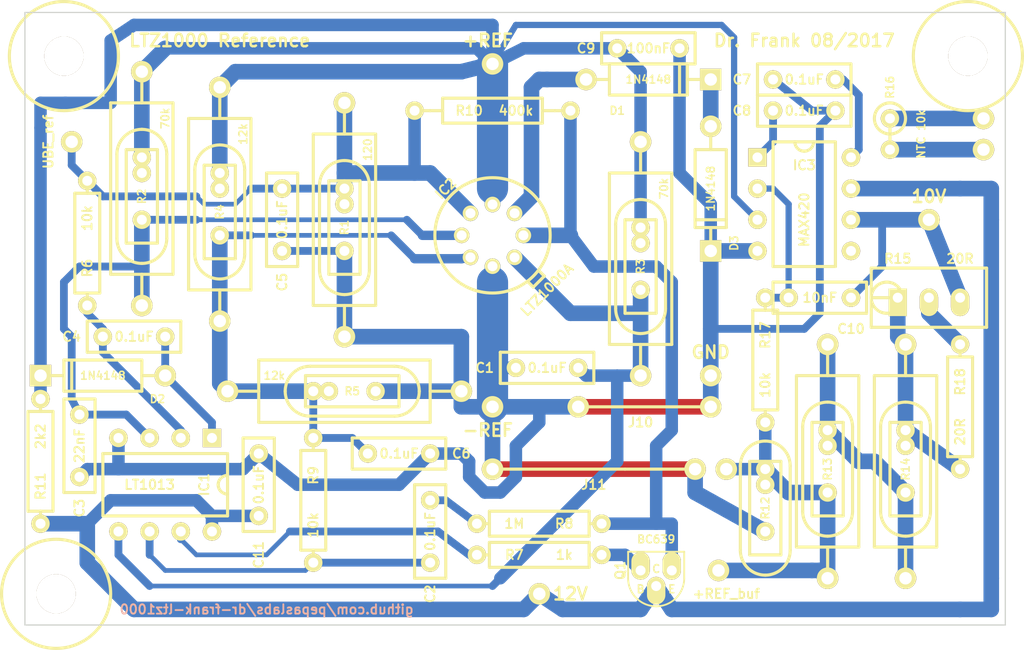
<source format=kicad_pcb>
(kicad_pcb (version 3) (host pcbnew "(22-Jun-2014 BZR 4027)-stable")

  (general
    (links 101)
    (no_connects 1)
    (area 156.463999 75.183999 241.751555 128.651001)
    (thickness 1.6)
    (drawings 14)
    (tracks 242)
    (zones 0)
    (modules 58)
    (nets 27)
  )

  (page A3)
  (layers
    (15 F.Cu signal)
    (0 B.Cu signal)
    (16 B.Adhes user)
    (17 F.Adhes user)
    (18 B.Paste user)
    (19 F.Paste user)
    (20 B.SilkS user)
    (21 F.SilkS user)
    (22 B.Mask user)
    (23 F.Mask user)
    (24 Dwgs.User user)
    (25 Cmts.User user)
    (26 Eco1.User user)
    (27 Eco2.User user)
    (28 Edge.Cuts user)
  )

  (setup
    (last_trace_width 1.27)
    (user_trace_width 0.381)
    (user_trace_width 0.508)
    (user_trace_width 0.635)
    (user_trace_width 0.762)
    (user_trace_width 1.016)
    (user_trace_width 1.27)
    (user_trace_width 2.54)
    (trace_clearance 0.254)
    (zone_clearance 0.508)
    (zone_45_only no)
    (trace_min 0.254)
    (segment_width 0.2)
    (edge_width 0.1)
    (via_size 0.889)
    (via_drill 0.635)
    (via_min_size 0.889)
    (via_min_drill 0.508)
    (uvia_size 0.508)
    (uvia_drill 0.127)
    (uvias_allowed no)
    (uvia_min_size 0.508)
    (uvia_min_drill 0.127)
    (pcb_text_width 0.3)
    (pcb_text_size 1.5 1.5)
    (mod_edge_width 0.254)
    (mod_text_size 1 1)
    (mod_text_width 0.15)
    (pad_size 1.7526 1.7526)
    (pad_drill 1.016)
    (pad_to_mask_clearance 0)
    (aux_axis_origin 0 0)
    (visible_elements FFFFFFBF)
    (pcbplotparams
      (layerselection 284196865)
      (usegerberextensions true)
      (excludeedgelayer true)
      (linewidth 0.150000)
      (plotframeref false)
      (viasonmask false)
      (mode 1)
      (useauxorigin false)
      (hpglpennumber 1)
      (hpglpenspeed 20)
      (hpglpendiameter 15)
      (hpglpenoverlay 2)
      (psnegative false)
      (psa4output false)
      (plotreference true)
      (plotvalue true)
      (plotothertext true)
      (plotinvisibletext false)
      (padsonsilk false)
      (subtractmaskfromsilk false)
      (outputformat 1)
      (mirror false)
      (drillshape 0)
      (scaleselection 1)
      (outputdirectory gerbers))
  )

  (net 0 "")
  (net 1 +REF)
  (net 2 +REF_buf)
  (net 3 -REF)
  (net 4 10.00000V)
  (net 5 12V)
  (net 6 H+)
  (net 7 N-000001)
  (net 8 N-0000010)
  (net 9 N-0000011)
  (net 10 N-0000012)
  (net 11 N-0000014)
  (net 12 N-0000017)
  (net 13 N-0000018)
  (net 14 N-0000019)
  (net 15 N-000002)
  (net 16 N-0000020)
  (net 17 N-0000021)
  (net 18 N-0000022)
  (net 19 N-0000023)
  (net 20 N-0000024)
  (net 21 N-0000025)
  (net 22 N-000005)
  (net 23 N-000006)
  (net 24 N-000007)
  (net 25 N-000009)
  (net 26 UBE_ref)

  (net_class Default "This is the default net class."
    (clearance 0.254)
    (trace_width 0.254)
    (via_dia 0.889)
    (via_drill 0.635)
    (uvia_dia 0.508)
    (uvia_drill 0.127)
    (add_net "")
    (add_net +REF)
    (add_net +REF_buf)
    (add_net -REF)
    (add_net 10.00000V)
    (add_net 12V)
    (add_net H+)
    (add_net N-000001)
    (add_net N-0000010)
    (add_net N-0000011)
    (add_net N-0000012)
    (add_net N-0000014)
    (add_net N-0000017)
    (add_net N-0000018)
    (add_net N-0000019)
    (add_net N-000002)
    (add_net N-0000020)
    (add_net N-0000021)
    (add_net N-0000022)
    (add_net N-0000023)
    (add_net N-0000024)
    (add_net N-0000025)
    (add_net N-000005)
    (add_net N-000006)
    (add_net N-000007)
    (add_net N-000009)
    (add_net UBE_ref)
  )

  (module hole_M3_2 (layer F.Cu) (tedit 59290722) (tstamp 5A36874A)
    (at 161.925 80.01)
    (descr "M3 mounting hole")
    (path 1pin)
    (fp_text reference H*** (at 0 -3.048) (layer F.SilkS) hide
      (effects (font (size 1.016 1.016) (thickness 0.254)))
    )
    (fp_text value Val** (at 0 2.794) (layer F.SilkS) hide
      (effects (font (size 1.016 1.016) (thickness 0.254)))
    )
    (fp_circle (center 0 0) (end -4.445 0) (layer F.SilkS) (width 0.254))
    (pad 1 thru_hole circle (at 0 0) (size 3.2 3.2) (drill 3.2)
      (layers *.Cu *.Mask F.SilkS)
    )
  )

  (module hole_M3_2 (layer F.Cu) (tedit 59290722) (tstamp 5A368755)
    (at 161.29 123.825)
    (descr "M3 mounting hole")
    (path 1pin)
    (fp_text reference H*** (at 0 -3.048) (layer F.SilkS) hide
      (effects (font (size 1.016 1.016) (thickness 0.254)))
    )
    (fp_text value Val** (at 0 2.794) (layer F.SilkS) hide
      (effects (font (size 1.016 1.016) (thickness 0.254)))
    )
    (fp_circle (center 0 0) (end -4.445 0) (layer F.SilkS) (width 0.254))
    (pad 1 thru_hole circle (at 0 0) (size 3.2 3.2) (drill 3.2)
      (layers *.Cu *.Mask F.SilkS)
    )
  )

  (module hole_M3_2 (layer F.Cu) (tedit 59290722) (tstamp 5A368760)
    (at 235.585 80.01)
    (descr "M3 mounting hole")
    (path 1pin)
    (fp_text reference H*** (at 0 -3.048) (layer F.SilkS) hide
      (effects (font (size 1.016 1.016) (thickness 0.254)))
    )
    (fp_text value Val** (at 0 2.794) (layer F.SilkS) hide
      (effects (font (size 1.016 1.016) (thickness 0.254)))
    )
    (fp_circle (center 0 0) (end -4.445 0) (layer F.SilkS) (width 0.254))
    (pad 1 thru_hole circle (at 0 0) (size 3.2 3.2) (drill 3.2)
      (layers *.Cu *.Mask F.SilkS)
    )
  )

  (module TO-99_PL (layer F.Cu) (tedit 5A34FEA3) (tstamp 5A368788)
    (at 196.85 94.615 225)
    (path /5A2F2F94)
    (fp_text reference IC2 (at 0 5.388154 225) (layer F.SilkS)
      (effects (font (size 0.762 0.762) (thickness 0.1524)))
    )
    (fp_text value LTZ1000A (at 0 -6.286179 225) (layer F.SilkS)
      (effects (font (size 0.762 0.762) (thickness 0.1524)))
    )
    (fp_circle (center 0 0) (end 4.699 0) (layer F.SilkS) (width 0.254))
    (fp_line (start 0.635 -5.334) (end 0.635 -4.699) (layer F.SilkS) (width 0.254))
    (fp_line (start -0.635 -5.334) (end -0.635 -4.699) (layer F.SilkS) (width 0.254))
    (fp_line (start -0.635 -5.334) (end 0.635 -5.334) (layer F.SilkS) (width 0.254))
    (pad 4 thru_hole circle (at 0 2.54 225) (size 1.27 1.27) (drill 0.8128)
      (layers *.Cu *.Mask F.SilkS)
      (net 26 UBE_ref)
    )
    (pad 2 thru_hole circle (at -2.54 0 225) (size 1.27 1.27) (drill 0.8128)
      (layers *.Cu *.Mask F.SilkS)
      (net 23 N-000006)
    )
    (pad 1 thru_hole circle (at -1.778 -1.778 225) (size 1.27 1.27) (drill 0.8128)
      (layers *.Cu *.Mask F.SilkS)
      (net 6 H+)
    )
    (pad 3 thru_hole circle (at -1.778 1.778 225) (size 1.27 1.27) (drill 0.8128)
      (layers *.Cu *.Mask F.SilkS)
      (net 1 +REF)
    )
    (pad 8 thru_hole circle (at 0 -2.54 225) (size 1.27 1.27) (drill 0.8128)
      (layers *.Cu *.Mask F.SilkS)
      (net 25 N-000009)
    )
    (pad 7 thru_hole circle (at 1.778 -1.778 225) (size 1.27 1.27) (drill 0.8128)
      (layers *.Cu *.Mask F.SilkS)
      (net 3 -REF)
    )
    (pad 6 thru_hole circle (at 2.54 0 225) (size 1.27 1.27) (drill 0.8128)
      (layers *.Cu *.Mask F.SilkS)
      (net 19 N-0000023)
    )
    (pad 5 thru_hole circle (at 1.778 1.778 225) (size 1.27 1.27) (drill 0.8128)
      (layers *.Cu *.Mask F.SilkS)
      (net 16 N-0000020)
    )
  )

  (module R_BOX_PL (layer F.Cu) (tedit 5A34FCA9) (tstamp 5A3687A8)
    (at 183.515 107.315)
    (path /5A34B86B)
    (fp_text reference R5 (at 1.905 0) (layer F.SilkS)
      (effects (font (size 0.635 0.635) (thickness 0.127)))
    )
    (fp_text value 12k (at -4.445 -1.27) (layer F.SilkS)
      (effects (font (size 0.635 0.635) (thickness 0.127)))
    )
    (fp_line (start 5.334 2.032) (end -1.524 2.032) (layer F.SilkS) (width 0.254))
    (fp_line (start -1.524 -2.032) (end 5.334 -2.032) (layer F.SilkS) (width 0.254))
    (fp_arc (start -1.524 0) (end -3.556 0) (angle 90) (layer F.SilkS) (width 0.254))
    (fp_arc (start -1.524 0) (end -1.524 2.032) (angle 90) (layer F.SilkS) (width 0.254))
    (fp_arc (start 5.334 0) (end 5.334 -2.032) (angle 90) (layer F.SilkS) (width 0.254))
    (fp_arc (start 5.334 0) (end 7.366 0) (angle 90) (layer F.SilkS) (width 0.254))
    (fp_line (start -1.905 -1.27) (end 5.715 -1.27) (layer F.SilkS) (width 0.254))
    (fp_line (start 5.715 -1.27) (end 5.715 1.27) (layer F.SilkS) (width 0.254))
    (fp_line (start 5.715 1.27) (end -1.905 1.27) (layer F.SilkS) (width 0.254))
    (fp_line (start -1.905 1.27) (end -1.905 -1.27) (layer F.SilkS) (width 0.254))
    (pad 1 thru_hole circle (at -1.27 0) (size 1.4986 1.4986) (drill 0.8128)
      (layers *.Cu *.Mask F.SilkS)
      (net 19 N-0000023)
    )
    (pad 2 thru_hole circle (at 3.81 0) (size 1.4986 1.4986) (drill 0.8128)
      (layers *.Cu *.Mask F.SilkS)
      (net 3 -REF)
    )
    (pad 1 thru_hole circle (at 0 0) (size 1.4986 1.4986) (drill 0.8128)
      (layers *.Cu *.Mask F.SilkS)
      (net 19 N-0000023)
    )
  )

  (module R_BOX_PL (layer F.Cu) (tedit 5A34FB76) (tstamp 5A3687B9)
    (at 168.275 89.535 270)
    (path /5A2EA5A5)
    (fp_text reference R2 (at 1.905 0 270) (layer F.SilkS)
      (effects (font (size 0.635 0.635) (thickness 0.127)))
    )
    (fp_text value 70k (at -4.445 -1.905 270) (layer F.SilkS)
      (effects (font (size 0.635 0.635) (thickness 0.127)))
    )
    (fp_line (start 5.334 2.032) (end -1.524 2.032) (layer F.SilkS) (width 0.254))
    (fp_line (start -1.524 -2.032) (end 5.334 -2.032) (layer F.SilkS) (width 0.254))
    (fp_arc (start -1.524 0) (end -3.556 0) (angle 90) (layer F.SilkS) (width 0.254))
    (fp_arc (start -1.524 0) (end -1.524 2.032) (angle 90) (layer F.SilkS) (width 0.254))
    (fp_arc (start 5.334 0) (end 5.334 -2.032) (angle 90) (layer F.SilkS) (width 0.254))
    (fp_arc (start 5.334 0) (end 7.366 0) (angle 90) (layer F.SilkS) (width 0.254))
    (fp_line (start -1.905 -1.27) (end 5.715 -1.27) (layer F.SilkS) (width 0.254))
    (fp_line (start 5.715 -1.27) (end 5.715 1.27) (layer F.SilkS) (width 0.254))
    (fp_line (start 5.715 1.27) (end -1.905 1.27) (layer F.SilkS) (width 0.254))
    (fp_line (start -1.905 1.27) (end -1.905 -1.27) (layer F.SilkS) (width 0.254))
    (pad 1 thru_hole circle (at -1.27 0 270) (size 1.4986 1.4986) (drill 0.8128)
      (layers *.Cu *.Mask F.SilkS)
      (net 1 +REF)
    )
    (pad 2 thru_hole circle (at 3.81 0 270) (size 1.4986 1.4986) (drill 0.8128)
      (layers *.Cu *.Mask F.SilkS)
      (net 16 N-0000020)
    )
    (pad 1 thru_hole circle (at 0 0 270) (size 1.4986 1.4986) (drill 0.8128)
      (layers *.Cu *.Mask F.SilkS)
      (net 1 +REF)
    )
  )

  (module R_BOX_PL (layer F.Cu) (tedit 5A34FB7D) (tstamp 5A3687CA)
    (at 174.625 90.805 270)
    (path /5A34B612)
    (fp_text reference R4 (at 1.905 0 270) (layer F.SilkS)
      (effects (font (size 0.635 0.635) (thickness 0.127)))
    )
    (fp_text value 12k (at -4.445 -1.905 270) (layer F.SilkS)
      (effects (font (size 0.635 0.635) (thickness 0.127)))
    )
    (fp_line (start 5.334 2.032) (end -1.524 2.032) (layer F.SilkS) (width 0.254))
    (fp_line (start -1.524 -2.032) (end 5.334 -2.032) (layer F.SilkS) (width 0.254))
    (fp_arc (start -1.524 0) (end -3.556 0) (angle 90) (layer F.SilkS) (width 0.254))
    (fp_arc (start -1.524 0) (end -1.524 2.032) (angle 90) (layer F.SilkS) (width 0.254))
    (fp_arc (start 5.334 0) (end 5.334 -2.032) (angle 90) (layer F.SilkS) (width 0.254))
    (fp_arc (start 5.334 0) (end 7.366 0) (angle 90) (layer F.SilkS) (width 0.254))
    (fp_line (start -1.905 -1.27) (end 5.715 -1.27) (layer F.SilkS) (width 0.254))
    (fp_line (start 5.715 -1.27) (end 5.715 1.27) (layer F.SilkS) (width 0.254))
    (fp_line (start 5.715 1.27) (end -1.905 1.27) (layer F.SilkS) (width 0.254))
    (fp_line (start -1.905 1.27) (end -1.905 -1.27) (layer F.SilkS) (width 0.254))
    (pad 1 thru_hole circle (at -1.27 0 270) (size 1.4986 1.4986) (drill 0.8128)
      (layers *.Cu *.Mask F.SilkS)
      (net 1 +REF)
    )
    (pad 2 thru_hole circle (at 3.81 0 270) (size 1.4986 1.4986) (drill 0.8128)
      (layers *.Cu *.Mask F.SilkS)
      (net 19 N-0000023)
    )
    (pad 1 thru_hole circle (at 0 0 270) (size 1.4986 1.4986) (drill 0.8128)
      (layers *.Cu *.Mask F.SilkS)
      (net 1 +REF)
    )
  )

  (module R_BOX_PL (layer F.Cu) (tedit 5A34FB8F) (tstamp 5A3687DB)
    (at 208.915 95.25 270)
    (path /5A2EA5C4)
    (fp_text reference R3 (at 1.905 0 270) (layer F.SilkS)
      (effects (font (size 0.635 0.635) (thickness 0.127)))
    )
    (fp_text value 70k (at -4.445 -1.905 270) (layer F.SilkS)
      (effects (font (size 0.635 0.635) (thickness 0.127)))
    )
    (fp_line (start 5.334 2.032) (end -1.524 2.032) (layer F.SilkS) (width 0.254))
    (fp_line (start -1.524 -2.032) (end 5.334 -2.032) (layer F.SilkS) (width 0.254))
    (fp_arc (start -1.524 0) (end -3.556 0) (angle 90) (layer F.SilkS) (width 0.254))
    (fp_arc (start -1.524 0) (end -1.524 2.032) (angle 90) (layer F.SilkS) (width 0.254))
    (fp_arc (start 5.334 0) (end 5.334 -2.032) (angle 90) (layer F.SilkS) (width 0.254))
    (fp_arc (start 5.334 0) (end 7.366 0) (angle 90) (layer F.SilkS) (width 0.254))
    (fp_line (start -1.905 -1.27) (end 5.715 -1.27) (layer F.SilkS) (width 0.254))
    (fp_line (start 5.715 -1.27) (end 5.715 1.27) (layer F.SilkS) (width 0.254))
    (fp_line (start 5.715 1.27) (end -1.905 1.27) (layer F.SilkS) (width 0.254))
    (fp_line (start -1.905 1.27) (end -1.905 -1.27) (layer F.SilkS) (width 0.254))
    (pad 1 thru_hole circle (at -1.27 0 270) (size 1.4986 1.4986) (drill 0.8128)
      (layers *.Cu *.Mask F.SilkS)
      (net 1 +REF)
    )
    (pad 2 thru_hole circle (at 3.81 0 270) (size 1.4986 1.4986) (drill 0.8128)
      (layers *.Cu *.Mask F.SilkS)
      (net 25 N-000009)
    )
    (pad 1 thru_hole circle (at 0 0 270) (size 1.4986 1.4986) (drill 0.8128)
      (layers *.Cu *.Mask F.SilkS)
      (net 1 +REF)
    )
  )

  (module R_BOX_PL (layer F.Cu) (tedit 5A34FB84) (tstamp 5A3687EC)
    (at 184.785 92.075 270)
    (path /5A2EA87D)
    (fp_text reference R1 (at 1.905 0 270) (layer F.SilkS)
      (effects (font (size 0.635 0.635) (thickness 0.127)))
    )
    (fp_text value 120 (at -4.445 -1.905 270) (layer F.SilkS)
      (effects (font (size 0.635 0.635) (thickness 0.127)))
    )
    (fp_line (start 5.334 2.032) (end -1.524 2.032) (layer F.SilkS) (width 0.254))
    (fp_line (start -1.524 -2.032) (end 5.334 -2.032) (layer F.SilkS) (width 0.254))
    (fp_arc (start -1.524 0) (end -3.556 0) (angle 90) (layer F.SilkS) (width 0.254))
    (fp_arc (start -1.524 0) (end -1.524 2.032) (angle 90) (layer F.SilkS) (width 0.254))
    (fp_arc (start 5.334 0) (end 5.334 -2.032) (angle 90) (layer F.SilkS) (width 0.254))
    (fp_arc (start 5.334 0) (end 7.366 0) (angle 90) (layer F.SilkS) (width 0.254))
    (fp_line (start -1.905 -1.27) (end 5.715 -1.27) (layer F.SilkS) (width 0.254))
    (fp_line (start 5.715 -1.27) (end 5.715 1.27) (layer F.SilkS) (width 0.254))
    (fp_line (start 5.715 1.27) (end -1.905 1.27) (layer F.SilkS) (width 0.254))
    (fp_line (start -1.905 1.27) (end -1.905 -1.27) (layer F.SilkS) (width 0.254))
    (pad 1 thru_hole circle (at -1.27 0 270) (size 1.4986 1.4986) (drill 0.8128)
      (layers *.Cu *.Mask F.SilkS)
      (net 26 UBE_ref)
    )
    (pad 2 thru_hole circle (at 3.81 0 270) (size 1.4986 1.4986) (drill 0.8128)
      (layers *.Cu *.Mask F.SilkS)
      (net 3 -REF)
    )
    (pad 1 thru_hole circle (at 0 0 270) (size 1.4986 1.4986) (drill 0.8128)
      (layers *.Cu *.Mask F.SilkS)
      (net 26 UBE_ref)
    )
  )

  (module R_AXIAL_0W25_V_059A_PL (layer F.Cu) (tedit 5A34F980) (tstamp 5A368805)
    (at 229.235 85.09 270)
    (descr "1/4W resistor, vertical")
    (tags R)
    (path /5A34854F)
    (autoplace_cost90 10)
    (autoplace_cost180 10)
    (fp_text reference R16 (at -2.54 0 270) (layer F.SilkS)
      (effects (font (size 0.635 0.635) (thickness 0.127)))
    )
    (fp_text value "NTC 10k" (at 1.27 -2.54 270) (layer F.SilkS)
      (effects (font (size 0.635 0.635) (thickness 0.127)))
    )
    (fp_circle (center 0 0) (end 1.27 0) (layer F.SilkS) (width 0.254))
    (fp_line (start 0 0) (end 2.54 0) (layer F.SilkS) (width 0.254))
    (pad 1 thru_hole oval (at 0 0 270) (size 1.4986 1.4986) (drill 0.8128)
      (layers *.Cu *.Mask F.SilkS)
      (net 21 N-0000025)
    )
    (pad 2 thru_hole oval (at 2.54 0 270) (size 1.4986 1.4986) (drill 0.8128)
      (layers *.Cu *.Mask F.SilkS)
      (net 20 N-0000024)
    )
    (model discret/verti_resistor.wrl
      (at (xyz 0 0 0))
      (scale (xyz 1 1 1))
      (rotate (xyz 0 0 0))
    )
  )

  (module R_AXIAL_0W25_059A_PL (layer F.Cu) (tedit 53A245D9) (tstamp 5A368846)
    (at 163.83 100.33 90)
    (descr "Resistor Axial 1/4W 0.4\"")
    (tags R)
    (path /5A2E9981)
    (autoplace_cost180 10)
    (fp_text reference R6 (at 3.048 0 90) (layer F.SilkS)
      (effects (font (size 0.762 0.762) (thickness 0.1524)))
    )
    (fp_text value 10k (at 7.112 0 90) (layer F.SilkS)
      (effects (font (size 0.762 0.762) (thickness 0.1524)))
    )
    (fp_line (start 0 0) (end 1.016 0) (layer F.SilkS) (width 0.254))
    (fp_line (start 1.016 0) (end 1.016 -1.016) (layer F.SilkS) (width 0.254))
    (fp_line (start 1.016 -1.016) (end 9.144 -1.016) (layer F.SilkS) (width 0.254))
    (fp_line (start 9.144 -1.016) (end 9.144 1.016) (layer F.SilkS) (width 0.254))
    (fp_line (start 9.144 1.016) (end 1.016 1.016) (layer F.SilkS) (width 0.254))
    (fp_line (start 1.016 1.016) (end 1.016 0) (layer F.SilkS) (width 0.254))
    (fp_line (start 10.16 0) (end 9.144 0) (layer F.SilkS) (width 0.254))
    (pad 1 thru_hole oval (at 0 0 90) (size 1.4986 1.4986) (drill 0.8128)
      (layers *.Cu *.Mask F.SilkS)
      (net 18 N-0000022)
    )
    (pad 2 thru_hole oval (at 10.16 0 90) (size 1.4986 1.4986) (drill 0.8128)
      (layers *.Cu *.Mask F.SilkS)
      (net 26 UBE_ref)
    )
    (model discret/resistor.wrl
      (at (xyz 0 0 0))
      (scale (xyz 0.4 0.4 0.4))
      (rotate (xyz 0 0 0))
    )
  )

  (module R_AXIAL_0W25_059A_PL (layer F.Cu) (tedit 53A245D9) (tstamp 5A368887)
    (at 160.02 118.11 90)
    (descr "Resistor Axial 1/4W 0.4\"")
    (tags R)
    (path /5A34C2E5)
    (autoplace_cost180 10)
    (fp_text reference R11 (at 3.048 0 90) (layer F.SilkS)
      (effects (font (size 0.762 0.762) (thickness 0.1524)))
    )
    (fp_text value 2k2 (at 7.112 0 90) (layer F.SilkS)
      (effects (font (size 0.762 0.762) (thickness 0.1524)))
    )
    (fp_line (start 0 0) (end 1.016 0) (layer F.SilkS) (width 0.254))
    (fp_line (start 1.016 0) (end 1.016 -1.016) (layer F.SilkS) (width 0.254))
    (fp_line (start 1.016 -1.016) (end 9.144 -1.016) (layer F.SilkS) (width 0.254))
    (fp_line (start 9.144 -1.016) (end 9.144 1.016) (layer F.SilkS) (width 0.254))
    (fp_line (start 9.144 1.016) (end 1.016 1.016) (layer F.SilkS) (width 0.254))
    (fp_line (start 1.016 1.016) (end 1.016 0) (layer F.SilkS) (width 0.254))
    (fp_line (start 10.16 0) (end 9.144 0) (layer F.SilkS) (width 0.254))
    (pad 1 thru_hole oval (at 0 0 90) (size 1.4986 1.4986) (drill 0.8128)
      (layers *.Cu *.Mask F.SilkS)
      (net 5 12V)
    )
    (pad 2 thru_hole oval (at 10.16 0 90) (size 1.4986 1.4986) (drill 0.8128)
      (layers *.Cu *.Mask F.SilkS)
      (net 1 +REF)
    )
    (model discret/resistor.wrl
      (at (xyz 0 0 0))
      (scale (xyz 0.4 0.4 0.4))
      (rotate (xyz 0 0 0))
    )
  )

  (module R_AXIAL_0W25_059A_PL (layer F.Cu) (tedit 53A245D9) (tstamp 5A368894)
    (at 234.95 103.505 270)
    (descr "Resistor Axial 1/4W 0.4\"")
    (tags R)
    (path /5A34D076)
    (autoplace_cost180 10)
    (fp_text reference R18 (at 3.048 0 270) (layer F.SilkS)
      (effects (font (size 0.762 0.762) (thickness 0.1524)))
    )
    (fp_text value 20R (at 7.112 0 270) (layer F.SilkS)
      (effects (font (size 0.762 0.762) (thickness 0.1524)))
    )
    (fp_line (start 0 0) (end 1.016 0) (layer F.SilkS) (width 0.254))
    (fp_line (start 1.016 0) (end 1.016 -1.016) (layer F.SilkS) (width 0.254))
    (fp_line (start 1.016 -1.016) (end 9.144 -1.016) (layer F.SilkS) (width 0.254))
    (fp_line (start 9.144 -1.016) (end 9.144 1.016) (layer F.SilkS) (width 0.254))
    (fp_line (start 9.144 1.016) (end 1.016 1.016) (layer F.SilkS) (width 0.254))
    (fp_line (start 1.016 1.016) (end 1.016 0) (layer F.SilkS) (width 0.254))
    (fp_line (start 10.16 0) (end 9.144 0) (layer F.SilkS) (width 0.254))
    (pad 1 thru_hole oval (at 0 0 270) (size 1.4986 1.4986) (drill 0.8128)
      (layers *.Cu *.Mask F.SilkS)
      (net 8 N-0000010)
    )
    (pad 2 thru_hole oval (at 10.16 0 270) (size 1.4986 1.4986) (drill 0.8128)
      (layers *.Cu *.Mask F.SilkS)
      (net 11 N-0000014)
    )
    (model discret/resistor.wrl
      (at (xyz 0 0 0))
      (scale (xyz 0.4 0.4 0.4))
      (rotate (xyz 0 0 0))
    )
  )

  (module R_AXIAL_0W25_059A_PL (layer F.Cu) (tedit 53A245D9) (tstamp 5A3688D5)
    (at 182.245 111.125 270)
    (descr "Resistor Axial 1/4W 0.4\"")
    (tags R)
    (path /59AF9213)
    (autoplace_cost180 10)
    (fp_text reference R9 (at 3.048 0 270) (layer F.SilkS)
      (effects (font (size 0.762 0.762) (thickness 0.1524)))
    )
    (fp_text value 10k (at 7.112 0 270) (layer F.SilkS)
      (effects (font (size 0.762 0.762) (thickness 0.1524)))
    )
    (fp_line (start 0 0) (end 1.016 0) (layer F.SilkS) (width 0.254))
    (fp_line (start 1.016 0) (end 1.016 -1.016) (layer F.SilkS) (width 0.254))
    (fp_line (start 1.016 -1.016) (end 9.144 -1.016) (layer F.SilkS) (width 0.254))
    (fp_line (start 9.144 -1.016) (end 9.144 1.016) (layer F.SilkS) (width 0.254))
    (fp_line (start 9.144 1.016) (end 1.016 1.016) (layer F.SilkS) (width 0.254))
    (fp_line (start 1.016 1.016) (end 1.016 0) (layer F.SilkS) (width 0.254))
    (fp_line (start 10.16 0) (end 9.144 0) (layer F.SilkS) (width 0.254))
    (pad 1 thru_hole oval (at 0 0 270) (size 1.4986 1.4986) (drill 0.8128)
      (layers *.Cu *.Mask F.SilkS)
      (net 19 N-0000023)
    )
    (pad 2 thru_hole oval (at 10.16 0 270) (size 1.4986 1.4986) (drill 0.8128)
      (layers *.Cu *.Mask F.SilkS)
      (net 10 N-0000012)
    )
    (model discret/resistor.wrl
      (at (xyz 0 0 0))
      (scale (xyz 0.4 0.4 0.4))
      (rotate (xyz 0 0 0))
    )
  )

  (module R_AXIAL_0W25_059A_PL (layer F.Cu) (tedit 53A245D9) (tstamp 5A3688E2)
    (at 205.74 118.11 180)
    (descr "Resistor Axial 1/4W 0.4\"")
    (tags R)
    (path /59AF91FE)
    (autoplace_cost180 10)
    (fp_text reference R8 (at 3.048 0 180) (layer F.SilkS)
      (effects (font (size 0.762 0.762) (thickness 0.1524)))
    )
    (fp_text value 1M (at 7.112 0 180) (layer F.SilkS)
      (effects (font (size 0.762 0.762) (thickness 0.1524)))
    )
    (fp_line (start 0 0) (end 1.016 0) (layer F.SilkS) (width 0.254))
    (fp_line (start 1.016 0) (end 1.016 -1.016) (layer F.SilkS) (width 0.254))
    (fp_line (start 1.016 -1.016) (end 9.144 -1.016) (layer F.SilkS) (width 0.254))
    (fp_line (start 9.144 -1.016) (end 9.144 1.016) (layer F.SilkS) (width 0.254))
    (fp_line (start 9.144 1.016) (end 1.016 1.016) (layer F.SilkS) (width 0.254))
    (fp_line (start 1.016 1.016) (end 1.016 0) (layer F.SilkS) (width 0.254))
    (fp_line (start 10.16 0) (end 9.144 0) (layer F.SilkS) (width 0.254))
    (pad 1 thru_hole oval (at 0 0 180) (size 1.4986 1.4986) (drill 0.8128)
      (layers *.Cu *.Mask F.SilkS)
      (net 6 H+)
    )
    (pad 2 thru_hole oval (at 10.16 0 180) (size 1.4986 1.4986) (drill 0.8128)
      (layers *.Cu *.Mask F.SilkS)
      (net 9 N-0000011)
    )
    (model discret/resistor.wrl
      (at (xyz 0 0 0))
      (scale (xyz 0.4 0.4 0.4))
      (rotate (xyz 0 0 0))
    )
  )

  (module R_AXIAL_0W25_059A_PL (layer F.Cu) (tedit 53A245D9) (tstamp 5A3688EF)
    (at 195.58 120.65)
    (descr "Resistor Axial 1/4W 0.4\"")
    (tags R)
    (path /59AF91E7)
    (autoplace_cost180 10)
    (fp_text reference R7 (at 3.048 0) (layer F.SilkS)
      (effects (font (size 0.762 0.762) (thickness 0.1524)))
    )
    (fp_text value 1k (at 7.112 0) (layer F.SilkS)
      (effects (font (size 0.762 0.762) (thickness 0.1524)))
    )
    (fp_line (start 0 0) (end 1.016 0) (layer F.SilkS) (width 0.254))
    (fp_line (start 1.016 0) (end 1.016 -1.016) (layer F.SilkS) (width 0.254))
    (fp_line (start 1.016 -1.016) (end 9.144 -1.016) (layer F.SilkS) (width 0.254))
    (fp_line (start 9.144 -1.016) (end 9.144 1.016) (layer F.SilkS) (width 0.254))
    (fp_line (start 9.144 1.016) (end 1.016 1.016) (layer F.SilkS) (width 0.254))
    (fp_line (start 1.016 1.016) (end 1.016 0) (layer F.SilkS) (width 0.254))
    (fp_line (start 10.16 0) (end 9.144 0) (layer F.SilkS) (width 0.254))
    (pad 1 thru_hole oval (at 0 0) (size 1.4986 1.4986) (drill 0.8128)
      (layers *.Cu *.Mask F.SilkS)
      (net 17 N-0000021)
    )
    (pad 2 thru_hole oval (at 10.16 0) (size 1.4986 1.4986) (drill 0.8128)
      (layers *.Cu *.Mask F.SilkS)
      (net 14 N-0000019)
    )
    (model discret/resistor.wrl
      (at (xyz 0 0 0))
      (scale (xyz 0.4 0.4 0.4))
      (rotate (xyz 0 0 0))
    )
  )

  (module R_AXIAL_0W25_059A_PL (layer F.Cu) (tedit 53A245D9) (tstamp 5A3688FC)
    (at 219.075 99.695 270)
    (descr "Resistor Axial 1/4W 0.4\"")
    (tags R)
    (path /5A34D0AA)
    (autoplace_cost180 10)
    (fp_text reference R17 (at 3.048 0 270) (layer F.SilkS)
      (effects (font (size 0.762 0.762) (thickness 0.1524)))
    )
    (fp_text value 10k (at 7.112 0 270) (layer F.SilkS)
      (effects (font (size 0.762 0.762) (thickness 0.1524)))
    )
    (fp_line (start 0 0) (end 1.016 0) (layer F.SilkS) (width 0.254))
    (fp_line (start 1.016 0) (end 1.016 -1.016) (layer F.SilkS) (width 0.254))
    (fp_line (start 1.016 -1.016) (end 9.144 -1.016) (layer F.SilkS) (width 0.254))
    (fp_line (start 9.144 -1.016) (end 9.144 1.016) (layer F.SilkS) (width 0.254))
    (fp_line (start 9.144 1.016) (end 1.016 1.016) (layer F.SilkS) (width 0.254))
    (fp_line (start 1.016 1.016) (end 1.016 0) (layer F.SilkS) (width 0.254))
    (fp_line (start 10.16 0) (end 9.144 0) (layer F.SilkS) (width 0.254))
    (pad 1 thru_hole oval (at 0 0 270) (size 1.4986 1.4986) (drill 0.8128)
      (layers *.Cu *.Mask F.SilkS)
      (net 22 N-000005)
    )
    (pad 2 thru_hole oval (at 10.16 0 270) (size 1.4986 1.4986) (drill 0.8128)
      (layers *.Cu *.Mask F.SilkS)
      (net 2 +REF_buf)
    )
    (model discret/resistor.wrl
      (at (xyz 0 0 0))
      (scale (xyz 0.4 0.4 0.4))
      (rotate (xyz 0 0 0))
    )
  )

  (module DIP8_059A_PL (layer F.Cu) (tedit 53A23991) (tstamp 5A36890E)
    (at 218.44 88.265 270)
    (descr "8-lead DIP package")
    (tags DIP)
    (path /5A34C9CD)
    (fp_text reference IC3 (at 0.635 -3.81 360) (layer F.SilkS)
      (effects (font (size 0.762 0.762) (thickness 0.1524)))
    )
    (fp_text value MAX420 (at 5.08 -3.81 270) (layer F.SilkS)
      (effects (font (size 0.762 0.762) (thickness 0.1524)))
    )
    (fp_arc (start -1.27 -3.81) (end -1.27 -4.572) (angle 90) (layer F.SilkS) (width 0.254))
    (fp_arc (start -1.27 -3.81) (end -0.508 -3.81) (angle 90) (layer F.SilkS) (width 0.254))
    (fp_line (start -1.27 -6.35) (end 8.89 -6.35) (layer F.SilkS) (width 0.254))
    (fp_line (start 8.89 -6.35) (end 8.89 -1.27) (layer F.SilkS) (width 0.254))
    (fp_line (start 8.89 -1.27) (end -1.27 -1.27) (layer F.SilkS) (width 0.254))
    (fp_line (start -1.27 -1.27) (end -1.27 -6.35) (layer F.SilkS) (width 0.254))
    (pad 1 thru_hole rect (at 0 0 270) (size 1.4986 1.4986) (drill 0.8128)
      (layers *.Cu *.Mask F.SilkS)
      (net 15 N-000002)
    )
    (pad 2 thru_hole oval (at 2.54 0 270) (size 1.4986 1.4986) (drill 0.8128)
      (layers *.Cu *.Mask F.SilkS)
      (net 22 N-000005)
    )
    (pad 3 thru_hole oval (at 5.08 0 270) (size 1.4986 1.4986) (drill 0.8128)
      (layers *.Cu *.Mask F.SilkS)
      (net 1 +REF)
    )
    (pad 4 thru_hole oval (at 7.62 0 270) (size 1.4986 1.4986) (drill 0.8128)
      (layers *.Cu *.Mask F.SilkS)
      (net 3 -REF)
    )
    (pad 5 thru_hole oval (at 7.62 -7.62 270) (size 1.4986 1.4986) (drill 0.8128)
      (layers *.Cu *.Mask F.SilkS)
    )
    (pad 6 thru_hole oval (at 5.08 -7.62 270) (size 1.4986 1.4986) (drill 0.8128)
      (layers *.Cu *.Mask F.SilkS)
      (net 4 10.00000V)
    )
    (pad 8 thru_hole oval (at 0 -7.62 270) (size 1.4986 1.4986) (drill 0.8128)
      (layers *.Cu *.Mask F.SilkS)
      (net 7 N-000001)
    )
    (pad 7 thru_hole oval (at 2.54 -7.62 270) (size 1.4986 1.4986) (drill 0.8128)
      (layers *.Cu *.Mask F.SilkS)
      (net 5 12V)
    )
    (model dil/dil_8.wrl
      (at (xyz 0 0 0))
      (scale (xyz 1 1 1))
      (rotate (xyz 0 0 0))
    )
  )

  (module DIP8_059A_PL (layer F.Cu) (tedit 53A23991) (tstamp 5A368920)
    (at 173.99 111.125 180)
    (descr "8-lead DIP package")
    (tags DIP)
    (path /59AF9182)
    (fp_text reference IC1 (at 0.635 -3.81 270) (layer F.SilkS)
      (effects (font (size 0.762 0.762) (thickness 0.1524)))
    )
    (fp_text value LT1013 (at 5.08 -3.81 180) (layer F.SilkS)
      (effects (font (size 0.762 0.762) (thickness 0.1524)))
    )
    (fp_arc (start -1.27 -3.81) (end -1.27 -4.572) (angle 90) (layer F.SilkS) (width 0.254))
    (fp_arc (start -1.27 -3.81) (end -0.508 -3.81) (angle 90) (layer F.SilkS) (width 0.254))
    (fp_line (start -1.27 -6.35) (end 8.89 -6.35) (layer F.SilkS) (width 0.254))
    (fp_line (start 8.89 -6.35) (end 8.89 -1.27) (layer F.SilkS) (width 0.254))
    (fp_line (start 8.89 -1.27) (end -1.27 -1.27) (layer F.SilkS) (width 0.254))
    (fp_line (start -1.27 -1.27) (end -1.27 -6.35) (layer F.SilkS) (width 0.254))
    (pad 1 thru_hole rect (at 0 0 180) (size 1.4986 1.4986) (drill 0.8128)
      (layers *.Cu *.Mask F.SilkS)
      (net 13 N-0000018)
    )
    (pad 2 thru_hole oval (at 2.54 0 180) (size 1.4986 1.4986) (drill 0.8128)
      (layers *.Cu *.Mask F.SilkS)
      (net 18 N-0000022)
    )
    (pad 3 thru_hole oval (at 5.08 0 180) (size 1.4986 1.4986) (drill 0.8128)
      (layers *.Cu *.Mask F.SilkS)
      (net 16 N-0000020)
    )
    (pad 4 thru_hole oval (at 7.62 0 180) (size 1.4986 1.4986) (drill 0.8128)
      (layers *.Cu *.Mask F.SilkS)
      (net 3 -REF)
    )
    (pad 5 thru_hole oval (at 7.62 -7.62 180) (size 1.4986 1.4986) (drill 0.8128)
      (layers *.Cu *.Mask F.SilkS)
      (net 25 N-000009)
    )
    (pad 6 thru_hole oval (at 5.08 -7.62 180) (size 1.4986 1.4986) (drill 0.8128)
      (layers *.Cu *.Mask F.SilkS)
      (net 10 N-0000012)
    )
    (pad 8 thru_hole oval (at 0 -7.62 180) (size 1.4986 1.4986) (drill 0.8128)
      (layers *.Cu *.Mask F.SilkS)
      (net 5 12V)
    )
    (pad 7 thru_hole oval (at 2.54 -7.62 180) (size 1.4986 1.4986) (drill 0.8128)
      (layers *.Cu *.Mask F.SilkS)
      (net 17 N-0000021)
    )
    (model dil/dil_8.wrl
      (at (xyz 0 0 0))
      (scale (xyz 1 1 1))
      (rotate (xyz 0 0 0))
    )
  )

  (module DIODE_1A_069A_PL (layer F.Cu) (tedit 5A34F8F6) (tstamp 5A36892D)
    (at 209.55 81.915)
    (descr "1 Amp diode, 0.4\"")
    (tags "DIODE DEV")
    (path /5A34BD64)
    (fp_text reference D1 (at -2.54 2.54) (layer F.SilkS)
      (effects (font (size 0.635 0.635) (thickness 0.127)))
    )
    (fp_text value 1N4148 (at 0 0) (layer F.SilkS)
      (effects (font (size 0.635 0.635) (thickness 0.127)))
    )
    (fp_line (start -5.08 0) (end -3.175 0) (layer F.SilkS) (width 0.254))
    (fp_line (start 3.175 0) (end 5.08 0) (layer F.SilkS) (width 0.254))
    (fp_line (start 2.54 -1.27) (end 2.54 1.27) (layer F.SilkS) (width 0.254))
    (fp_line (start -3.175 1.27) (end 3.175 1.27) (layer F.SilkS) (width 0.254))
    (fp_line (start -3.175 -1.27) (end -3.175 1.27) (layer F.SilkS) (width 0.254))
    (fp_line (start 3.175 -1.27) (end 3.175 1.27) (layer F.SilkS) (width 0.254))
    (fp_line (start -3.175 -1.27) (end 3.175 -1.27) (layer F.SilkS) (width 0.254))
    (pad 2 thru_hole rect (at 5.08 0) (size 1.7526 1.7526) (drill 1.016)
      (layers *.Cu *.Mask F.SilkS)
      (net 24 N-000007)
    )
    (pad 1 thru_hole oval (at -5.08 0) (size 1.7526 1.7526) (drill 1.016)
      (layers *.Cu *.Mask F.SilkS)
      (net 23 N-000006)
    )
    (model discret/diode.wrl
      (at (xyz 0 0 0))
      (scale (xyz 0.3 0.3 0.3))
      (rotate (xyz 0 0 0))
    )
  )

  (module DIODE_1A_069A_PL (layer F.Cu) (tedit 5A34F921) (tstamp 5A36893A)
    (at 214.63 90.805 270)
    (descr "1 Amp diode, 0.4\"")
    (tags "DIODE DEV")
    (path /59AF91A5)
    (fp_text reference D3 (at 4.445 -1.905 270) (layer F.SilkS)
      (effects (font (size 0.635 0.635) (thickness 0.127)))
    )
    (fp_text value 1N4148 (at 0 0 270) (layer F.SilkS)
      (effects (font (size 0.635 0.635) (thickness 0.127)))
    )
    (fp_line (start -5.08 0) (end -3.175 0) (layer F.SilkS) (width 0.254))
    (fp_line (start 3.175 0) (end 5.08 0) (layer F.SilkS) (width 0.254))
    (fp_line (start 2.54 -1.27) (end 2.54 1.27) (layer F.SilkS) (width 0.254))
    (fp_line (start -3.175 1.27) (end 3.175 1.27) (layer F.SilkS) (width 0.254))
    (fp_line (start -3.175 -1.27) (end -3.175 1.27) (layer F.SilkS) (width 0.254))
    (fp_line (start 3.175 -1.27) (end 3.175 1.27) (layer F.SilkS) (width 0.254))
    (fp_line (start -3.175 -1.27) (end 3.175 -1.27) (layer F.SilkS) (width 0.254))
    (pad 2 thru_hole rect (at 5.08 0 270) (size 1.7526 1.7526) (drill 1.016)
      (layers *.Cu *.Mask F.SilkS)
      (net 3 -REF)
    )
    (pad 1 thru_hole oval (at -5.08 0 270) (size 1.7526 1.7526) (drill 1.016)
      (layers *.Cu *.Mask F.SilkS)
      (net 24 N-000007)
    )
    (model discret/diode.wrl
      (at (xyz 0 0 0))
      (scale (xyz 0.3 0.3 0.3))
      (rotate (xyz 0 0 0))
    )
  )

  (module DIODE_1A_069A_PL (layer F.Cu) (tedit 5A34F84F) (tstamp 5A368947)
    (at 165.1 106.045 180)
    (descr "1 Amp diode, 0.4\"")
    (tags "DIODE DEV")
    (path /59AF91B7)
    (fp_text reference D2 (at -4.445 -1.905 180) (layer F.SilkS)
      (effects (font (size 0.635 0.635) (thickness 0.127)))
    )
    (fp_text value 1N4148 (at 0 0 180) (layer F.SilkS)
      (effects (font (size 0.635 0.635) (thickness 0.127)))
    )
    (fp_line (start -5.08 0) (end -3.175 0) (layer F.SilkS) (width 0.254))
    (fp_line (start 3.175 0) (end 5.08 0) (layer F.SilkS) (width 0.254))
    (fp_line (start 2.54 -1.27) (end 2.54 1.27) (layer F.SilkS) (width 0.254))
    (fp_line (start -3.175 1.27) (end 3.175 1.27) (layer F.SilkS) (width 0.254))
    (fp_line (start -3.175 -1.27) (end -3.175 1.27) (layer F.SilkS) (width 0.254))
    (fp_line (start 3.175 -1.27) (end 3.175 1.27) (layer F.SilkS) (width 0.254))
    (fp_line (start -3.175 -1.27) (end 3.175 -1.27) (layer F.SilkS) (width 0.254))
    (pad 2 thru_hole rect (at 5.08 0 180) (size 1.7526 1.7526) (drill 1.016)
      (layers *.Cu *.Mask F.SilkS)
      (net 1 +REF)
    )
    (pad 1 thru_hole oval (at -5.08 0 180) (size 1.7526 1.7526) (drill 1.016)
      (layers *.Cu *.Mask F.SilkS)
      (net 13 N-0000018)
    )
    (model discret/diode.wrl
      (at (xyz 0 0 0))
      (scale (xyz 0.3 0.3 0.3))
      (rotate (xyz 0 0 0))
    )
  )

  (module BOXCAP_01_03_02_059A (layer F.Cu) (tedit 5A34F836) (tstamp 5A368952)
    (at 167.64 102.87)
    (descr "Film Capacitor, 0.2\" pin spacing")
    (tags C)
    (path /5A2E9A74)
    (fp_text reference C4 (at -5.08 0) (layer F.SilkS)
      (effects (font (size 0.762 0.762) (thickness 0.1524)))
    )
    (fp_text value 0.1uF (at 0 0) (layer F.SilkS)
      (effects (font (size 0.762 0.762) (thickness 0.1524)))
    )
    (fp_line (start 3.81 -1.27) (end 3.81 1.27) (layer F.SilkS) (width 0.254))
    (fp_line (start -3.81 -1.27) (end -3.81 1.27) (layer F.SilkS) (width 0.254))
    (fp_text user Film (at 0 2.159) (layer F.SilkS) hide
      (effects (font (size 0.762 0.762) (thickness 0.1524)))
    )
    (fp_line (start 3.81 1.27) (end -3.81 1.27) (layer F.SilkS) (width 0.254))
    (fp_line (start -3.81 -1.27) (end 3.81 -1.27) (layer F.SilkS) (width 0.254))
    (pad 1 thru_hole circle (at -2.54 0) (size 1.4986 1.4986) (drill 0.8128)
      (layers *.Cu *.Mask F.SilkS)
      (net 18 N-0000022)
    )
    (pad 2 thru_hole circle (at 2.54 0) (size 1.4986 1.4986) (drill 0.8128)
      (layers *.Cu *.Mask F.SilkS)
      (net 13 N-0000018)
    )
    (model discret/capa_2pas_5x5mm.wrl
      (at (xyz 0 0 0))
      (scale (xyz 1 1 1))
      (rotate (xyz 0 0 0))
    )
  )

  (module BOXCAP_01_03_02_059A (layer F.Cu) (tedit 5A34F894) (tstamp 5A36895D)
    (at 189.23 112.395)
    (descr "Film Capacitor, 0.2\" pin spacing")
    (tags C)
    (path /5A2E983B)
    (fp_text reference C6 (at 5.08 0) (layer F.SilkS)
      (effects (font (size 0.762 0.762) (thickness 0.1524)))
    )
    (fp_text value 0.1uF (at 0 0) (layer F.SilkS)
      (effects (font (size 0.762 0.762) (thickness 0.1524)))
    )
    (fp_line (start 3.81 -1.27) (end 3.81 1.27) (layer F.SilkS) (width 0.254))
    (fp_line (start -3.81 -1.27) (end -3.81 1.27) (layer F.SilkS) (width 0.254))
    (fp_text user Film (at 0 2.159) (layer F.SilkS) hide
      (effects (font (size 0.762 0.762) (thickness 0.1524)))
    )
    (fp_line (start 3.81 1.27) (end -3.81 1.27) (layer F.SilkS) (width 0.254))
    (fp_line (start -3.81 -1.27) (end 3.81 -1.27) (layer F.SilkS) (width 0.254))
    (pad 1 thru_hole circle (at -2.54 0) (size 1.4986 1.4986) (drill 0.8128)
      (layers *.Cu *.Mask F.SilkS)
      (net 19 N-0000023)
    )
    (pad 2 thru_hole circle (at 2.54 0) (size 1.4986 1.4986) (drill 0.8128)
      (layers *.Cu *.Mask F.SilkS)
      (net 3 -REF)
    )
    (model discret/capa_2pas_5x5mm.wrl
      (at (xyz 0 0 0))
      (scale (xyz 1 1 1))
      (rotate (xyz 0 0 0))
    )
  )

  (module BOXCAP_01_03_02_059A (layer F.Cu) (tedit 5A34F863) (tstamp 5A368968)
    (at 163.195 111.76 270)
    (descr "Film Capacitor, 0.2\" pin spacing")
    (tags C)
    (path /5A2E9577)
    (fp_text reference C3 (at 5.08 0 270) (layer F.SilkS)
      (effects (font (size 0.762 0.762) (thickness 0.1524)))
    )
    (fp_text value 22nF (at 0 0 270) (layer F.SilkS)
      (effects (font (size 0.762 0.762) (thickness 0.1524)))
    )
    (fp_line (start 3.81 -1.27) (end 3.81 1.27) (layer F.SilkS) (width 0.254))
    (fp_line (start -3.81 -1.27) (end -3.81 1.27) (layer F.SilkS) (width 0.254))
    (fp_text user Film (at 0 2.159 270) (layer F.SilkS) hide
      (effects (font (size 0.762 0.762) (thickness 0.1524)))
    )
    (fp_line (start 3.81 1.27) (end -3.81 1.27) (layer F.SilkS) (width 0.254))
    (fp_line (start -3.81 -1.27) (end 3.81 -1.27) (layer F.SilkS) (width 0.254))
    (pad 1 thru_hole circle (at -2.54 0 270) (size 1.4986 1.4986) (drill 0.8128)
      (layers *.Cu *.Mask F.SilkS)
      (net 16 N-0000020)
    )
    (pad 2 thru_hole circle (at 2.54 0 270) (size 1.4986 1.4986) (drill 0.8128)
      (layers *.Cu *.Mask F.SilkS)
      (net 3 -REF)
    )
    (model discret/capa_2pas_5x5mm.wrl
      (at (xyz 0 0 0))
      (scale (xyz 1 1 1))
      (rotate (xyz 0 0 0))
    )
  )

  (module BOXCAP_01_03_02_059A (layer F.Cu) (tedit 5A34F8FE) (tstamp 5A368973)
    (at 209.55 79.375)
    (descr "Film Capacitor, 0.2\" pin spacing")
    (tags C)
    (path /5A34C5ED)
    (fp_text reference C9 (at -5.08 0) (layer F.SilkS)
      (effects (font (size 0.762 0.762) (thickness 0.1524)))
    )
    (fp_text value 100nF (at 0 0) (layer F.SilkS)
      (effects (font (size 0.762 0.762) (thickness 0.1524)))
    )
    (fp_line (start 3.81 -1.27) (end 3.81 1.27) (layer F.SilkS) (width 0.254))
    (fp_line (start -3.81 -1.27) (end -3.81 1.27) (layer F.SilkS) (width 0.254))
    (fp_text user Film (at 0 2.159) (layer F.SilkS) hide
      (effects (font (size 0.762 0.762) (thickness 0.1524)))
    )
    (fp_line (start 3.81 1.27) (end -3.81 1.27) (layer F.SilkS) (width 0.254))
    (fp_line (start -3.81 -1.27) (end 3.81 -1.27) (layer F.SilkS) (width 0.254))
    (pad 1 thru_hole circle (at -2.54 0) (size 1.4986 1.4986) (drill 0.8128)
      (layers *.Cu *.Mask F.SilkS)
      (net 1 +REF)
    )
    (pad 2 thru_hole circle (at 2.54 0) (size 1.4986 1.4986) (drill 0.8128)
      (layers *.Cu *.Mask F.SilkS)
      (net 3 -REF)
    )
    (model discret/capa_2pas_5x5mm.wrl
      (at (xyz 0 0 0))
      (scale (xyz 1 1 1))
      (rotate (xyz 0 0 0))
    )
  )

  (module BOXCAP_01_03_02_059A (layer F.Cu) (tedit 5A34F821) (tstamp 5A36897E)
    (at 179.705 93.345 270)
    (descr "Film Capacitor, 0.2\" pin spacing")
    (tags C)
    (path /5A2E956D)
    (fp_text reference C5 (at 5.08 0 270) (layer F.SilkS)
      (effects (font (size 0.762 0.762) (thickness 0.1524)))
    )
    (fp_text value 0.1uF (at 0 0 270) (layer F.SilkS)
      (effects (font (size 0.762 0.762) (thickness 0.1524)))
    )
    (fp_line (start 3.81 -1.27) (end 3.81 1.27) (layer F.SilkS) (width 0.254))
    (fp_line (start -3.81 -1.27) (end -3.81 1.27) (layer F.SilkS) (width 0.254))
    (fp_text user Film (at 0 2.159 270) (layer F.SilkS) hide
      (effects (font (size 0.762 0.762) (thickness 0.1524)))
    )
    (fp_line (start 3.81 1.27) (end -3.81 1.27) (layer F.SilkS) (width 0.254))
    (fp_line (start -3.81 -1.27) (end 3.81 -1.27) (layer F.SilkS) (width 0.254))
    (pad 1 thru_hole circle (at -2.54 0 270) (size 1.4986 1.4986) (drill 0.8128)
      (layers *.Cu *.Mask F.SilkS)
      (net 26 UBE_ref)
    )
    (pad 2 thru_hole circle (at 2.54 0 270) (size 1.4986 1.4986) (drill 0.8128)
      (layers *.Cu *.Mask F.SilkS)
      (net 3 -REF)
    )
    (model discret/capa_2pas_5x5mm.wrl
      (at (xyz 0 0 0))
      (scale (xyz 1 1 1))
      (rotate (xyz 0 0 0))
    )
  )

  (module BOXCAP_01_03_02_059A (layer F.Cu) (tedit 5A34F94E) (tstamp 5A368989)
    (at 222.25 84.455)
    (descr "Film Capacitor, 0.2\" pin spacing")
    (tags C)
    (path /5A34CBFA)
    (fp_text reference C7 (at -5.08 -2.54) (layer F.SilkS)
      (effects (font (size 0.762 0.762) (thickness 0.1524)))
    )
    (fp_text value 0.1uF (at 0 0) (layer F.SilkS)
      (effects (font (size 0.762 0.762) (thickness 0.1524)))
    )
    (fp_line (start 3.81 -1.27) (end 3.81 1.27) (layer F.SilkS) (width 0.254))
    (fp_line (start -3.81 -1.27) (end -3.81 1.27) (layer F.SilkS) (width 0.254))
    (fp_text user Film (at 0 2.159) (layer F.SilkS) hide
      (effects (font (size 0.762 0.762) (thickness 0.1524)))
    )
    (fp_line (start 3.81 1.27) (end -3.81 1.27) (layer F.SilkS) (width 0.254))
    (fp_line (start -3.81 -1.27) (end 3.81 -1.27) (layer F.SilkS) (width 0.254))
    (pad 1 thru_hole circle (at -2.54 0) (size 1.4986 1.4986) (drill 0.8128)
      (layers *.Cu *.Mask F.SilkS)
      (net 15 N-000002)
    )
    (pad 2 thru_hole circle (at 2.54 0) (size 1.4986 1.4986) (drill 0.8128)
      (layers *.Cu *.Mask F.SilkS)
      (net 3 -REF)
    )
    (model discret/capa_2pas_5x5mm.wrl
      (at (xyz 0 0 0))
      (scale (xyz 1 1 1))
      (rotate (xyz 0 0 0))
    )
  )

  (module BOXCAP_01_03_02_059A (layer F.Cu) (tedit 5A34F954) (tstamp 5A368994)
    (at 222.25 81.915 180)
    (descr "Film Capacitor, 0.2\" pin spacing")
    (tags C)
    (path /5A34CC00)
    (fp_text reference C8 (at 5.08 -2.54 180) (layer F.SilkS)
      (effects (font (size 0.762 0.762) (thickness 0.1524)))
    )
    (fp_text value 0.1uF (at 0 0 180) (layer F.SilkS)
      (effects (font (size 0.762 0.762) (thickness 0.1524)))
    )
    (fp_line (start 3.81 -1.27) (end 3.81 1.27) (layer F.SilkS) (width 0.254))
    (fp_line (start -3.81 -1.27) (end -3.81 1.27) (layer F.SilkS) (width 0.254))
    (fp_text user Film (at 0 2.159 180) (layer F.SilkS) hide
      (effects (font (size 0.762 0.762) (thickness 0.1524)))
    )
    (fp_line (start 3.81 1.27) (end -3.81 1.27) (layer F.SilkS) (width 0.254))
    (fp_line (start -3.81 -1.27) (end 3.81 -1.27) (layer F.SilkS) (width 0.254))
    (pad 1 thru_hole circle (at -2.54 0 180) (size 1.4986 1.4986) (drill 0.8128)
      (layers *.Cu *.Mask F.SilkS)
      (net 7 N-000001)
    )
    (pad 2 thru_hole circle (at 2.54 0 180) (size 1.4986 1.4986) (drill 0.8128)
      (layers *.Cu *.Mask F.SilkS)
      (net 3 -REF)
    )
    (model discret/capa_2pas_5x5mm.wrl
      (at (xyz 0 0 0))
      (scale (xyz 1 1 1))
      (rotate (xyz 0 0 0))
    )
  )

  (module BOXCAP_01_03_02_059A (layer F.Cu) (tedit 5A34F997) (tstamp 5A36899F)
    (at 223.52 99.695)
    (descr "Film Capacitor, 0.2\" pin spacing")
    (tags C)
    (path /5A34CEED)
    (fp_text reference C10 (at 2.54 2.54) (layer F.SilkS)
      (effects (font (size 0.762 0.762) (thickness 0.1524)))
    )
    (fp_text value 10nF (at 0 0) (layer F.SilkS)
      (effects (font (size 0.762 0.762) (thickness 0.1524)))
    )
    (fp_line (start 3.81 -1.27) (end 3.81 1.27) (layer F.SilkS) (width 0.254))
    (fp_line (start -3.81 -1.27) (end -3.81 1.27) (layer F.SilkS) (width 0.254))
    (fp_text user Film (at 0 2.159) (layer F.SilkS) hide
      (effects (font (size 0.762 0.762) (thickness 0.1524)))
    )
    (fp_line (start 3.81 1.27) (end -3.81 1.27) (layer F.SilkS) (width 0.254))
    (fp_line (start -3.81 -1.27) (end 3.81 -1.27) (layer F.SilkS) (width 0.254))
    (pad 1 thru_hole circle (at -2.54 0) (size 1.4986 1.4986) (drill 0.8128)
      (layers *.Cu *.Mask F.SilkS)
      (net 22 N-000005)
    )
    (pad 2 thru_hole circle (at 2.54 0) (size 1.4986 1.4986) (drill 0.8128)
      (layers *.Cu *.Mask F.SilkS)
      (net 4 10.00000V)
    )
    (model discret/capa_2pas_5x5mm.wrl
      (at (xyz 0 0 0))
      (scale (xyz 1 1 1))
      (rotate (xyz 0 0 0))
    )
  )

  (module BOXCAP_01_03_02_059A (layer F.Cu) (tedit 5A34F8CF) (tstamp 5A3689AA)
    (at 201.295 105.41 180)
    (descr "Film Capacitor, 0.2\" pin spacing")
    (tags C)
    (path /5A2E955E)
    (fp_text reference C1 (at 5.08 0 180) (layer F.SilkS)
      (effects (font (size 0.762 0.762) (thickness 0.1524)))
    )
    (fp_text value 0.1uF (at 0 0 180) (layer F.SilkS)
      (effects (font (size 0.762 0.762) (thickness 0.1524)))
    )
    (fp_line (start 3.81 -1.27) (end 3.81 1.27) (layer F.SilkS) (width 0.254))
    (fp_line (start -3.81 -1.27) (end -3.81 1.27) (layer F.SilkS) (width 0.254))
    (fp_text user Film (at 0 2.159 180) (layer F.SilkS) hide
      (effects (font (size 0.762 0.762) (thickness 0.1524)))
    )
    (fp_line (start 3.81 1.27) (end -3.81 1.27) (layer F.SilkS) (width 0.254))
    (fp_line (start -3.81 -1.27) (end 3.81 -1.27) (layer F.SilkS) (width 0.254))
    (pad 1 thru_hole circle (at -2.54 0 180) (size 1.4986 1.4986) (drill 0.8128)
      (layers *.Cu *.Mask F.SilkS)
      (net 25 N-000009)
    )
    (pad 2 thru_hole circle (at 2.54 0 180) (size 1.4986 1.4986) (drill 0.8128)
      (layers *.Cu *.Mask F.SilkS)
      (net 3 -REF)
    )
    (model discret/capa_2pas_5x5mm.wrl
      (at (xyz 0 0 0))
      (scale (xyz 1 1 1))
      (rotate (xyz 0 0 0))
    )
  )

  (module BOXCAP_01_03_02_059A (layer F.Cu) (tedit 5A34F8A3) (tstamp 5A3689B5)
    (at 191.77 118.745 90)
    (descr "Film Capacitor, 0.2\" pin spacing")
    (tags C)
    (path /59B58E77)
    (fp_text reference C2 (at -5.08 0 90) (layer F.SilkS)
      (effects (font (size 0.762 0.762) (thickness 0.1524)))
    )
    (fp_text value 0.1uF (at 0 0 90) (layer F.SilkS)
      (effects (font (size 0.762 0.762) (thickness 0.1524)))
    )
    (fp_line (start 3.81 -1.27) (end 3.81 1.27) (layer F.SilkS) (width 0.254))
    (fp_line (start -3.81 -1.27) (end -3.81 1.27) (layer F.SilkS) (width 0.254))
    (fp_text user Film (at 0 2.159 90) (layer F.SilkS) hide
      (effects (font (size 0.762 0.762) (thickness 0.1524)))
    )
    (fp_line (start 3.81 1.27) (end -3.81 1.27) (layer F.SilkS) (width 0.254))
    (fp_line (start -3.81 -1.27) (end 3.81 -1.27) (layer F.SilkS) (width 0.254))
    (pad 1 thru_hole circle (at -2.54 0 90) (size 1.4986 1.4986) (drill 0.8128)
      (layers *.Cu *.Mask F.SilkS)
      (net 10 N-0000012)
    )
    (pad 2 thru_hole circle (at 2.54 0 90) (size 1.4986 1.4986) (drill 0.8128)
      (layers *.Cu *.Mask F.SilkS)
      (net 9 N-0000011)
    )
    (model discret/capa_2pas_5x5mm.wrl
      (at (xyz 0 0 0))
      (scale (xyz 1 1 1))
      (rotate (xyz 0 0 0))
    )
  )

  (module BOXCAP_01_03_02_059A (layer F.Cu) (tedit 5A34F875) (tstamp 5A3689C0)
    (at 177.8 114.935 90)
    (descr "Film Capacitor, 0.2\" pin spacing")
    (tags C)
    (path /59B58EFF)
    (fp_text reference C11 (at -5.715 0 90) (layer F.SilkS)
      (effects (font (size 0.762 0.762) (thickness 0.1524)))
    )
    (fp_text value 0.1uF (at 0 0 90) (layer F.SilkS)
      (effects (font (size 0.762 0.762) (thickness 0.1524)))
    )
    (fp_line (start 3.81 -1.27) (end 3.81 1.27) (layer F.SilkS) (width 0.254))
    (fp_line (start -3.81 -1.27) (end -3.81 1.27) (layer F.SilkS) (width 0.254))
    (fp_text user Film (at 0 2.159 90) (layer F.SilkS) hide
      (effects (font (size 0.762 0.762) (thickness 0.1524)))
    )
    (fp_line (start 3.81 1.27) (end -3.81 1.27) (layer F.SilkS) (width 0.254))
    (fp_line (start -3.81 -1.27) (end 3.81 -1.27) (layer F.SilkS) (width 0.254))
    (pad 1 thru_hole circle (at -2.54 0 90) (size 1.4986 1.4986) (drill 0.8128)
      (layers *.Cu *.Mask F.SilkS)
      (net 5 12V)
    )
    (pad 2 thru_hole circle (at 2.54 0 90) (size 1.4986 1.4986) (drill 0.8128)
      (layers *.Cu *.Mask F.SilkS)
      (net 3 -REF)
    )
    (model discret/capa_2pas_5x5mm.wrl
      (at (xyz 0 0 0))
      (scale (xyz 1 1 1))
      (rotate (xyz 0 0 0))
    )
  )

  (module 3296W_PL (layer F.Cu) (tedit 5334EA5A) (tstamp 5A3689CD)
    (at 232.41 99.695)
    (descr "Bourns 3296W trimmer potentiometer")
    (path /5A34D05F)
    (fp_text reference R15 (at -2.54 -3.175) (layer F.SilkS)
      (effects (font (size 0.762 0.762) (thickness 0.1524)))
    )
    (fp_text value 20R (at 2.54 -3.175) (layer F.SilkS)
      (effects (font (size 0.762 0.762) (thickness 0.1524)))
    )
    (fp_line (start -4.699 0) (end -2.159 0) (layer F.SilkS) (width 0.254))
    (fp_circle (center -3.429 0) (end -4.699 0) (layer F.SilkS) (width 0.254))
    (fp_line (start -4.699 2.413) (end -4.699 -2.413) (layer F.SilkS) (width 0.254))
    (fp_line (start 4.699 -2.413) (end 4.699 2.413) (layer F.SilkS) (width 0.254))
    (fp_line (start 4.699 2.413) (end -4.699 2.413) (layer F.SilkS) (width 0.254))
    (fp_line (start -4.699 -2.413) (end 4.699 -2.413) (layer F.SilkS) (width 0.254))
    (pad 2 thru_hole oval (at 0 0) (size 1.4986 2.2479) (drill 0.8128 (offset 0 0.37465))
      (layers *.Cu *.Mask F.SilkS)
      (net 8 N-0000010)
    )
    (pad 3 thru_hole oval (at 2.54 0) (size 1.4986 2.2479) (drill 0.8128 (offset 0 0.37465))
      (layers *.Cu *.Mask F.SilkS)
      (net 4 10.00000V)
    )
    (pad 1 thru_hole rect (at -2.54 0) (size 1.4986 2.2479) (drill 0.8128 (offset 0 0.37465))
      (layers *.Cu *.Mask F.SilkS)
      (net 11 N-0000014)
    )
  )

  (module 1pin_040_069 (layer F.Cu) (tedit 53325090) (tstamp 5A3689D2)
    (at 215.265 121.92)
    (descr "1 pin, 0.040\" drill, 0.069\" round pad")
    (path /5A34DDE4)
    (fp_text reference JP9 (at 0 -2.54) (layer F.SilkS) hide
      (effects (font (size 1.016 1.016) (thickness 0.254)))
    )
    (fp_text value CONN_1X1 (at 0 2.54) (layer F.SilkS) hide
      (effects (font (size 1.016 1.016) (thickness 0.254)))
    )
    (pad 1 thru_hole oval (at 0 0) (size 1.7526 1.7526) (drill 1.016)
      (layers *.Cu *.Mask F.SilkS)
      (net 2 +REF_buf)
    )
  )

  (module 1pin_040_069 (layer F.Cu) (tedit 53325090) (tstamp 5A3689D7)
    (at 236.855 87.63)
    (descr "1 pin, 0.040\" drill, 0.069\" round pad")
    (path /5A3170D1)
    (fp_text reference JP6 (at 0 -2.54) (layer F.SilkS) hide
      (effects (font (size 1.016 1.016) (thickness 0.254)))
    )
    (fp_text value CONN_1X1 (at 0 2.54) (layer F.SilkS) hide
      (effects (font (size 1.016 1.016) (thickness 0.254)))
    )
    (pad 1 thru_hole oval (at 0 0) (size 1.7526 1.7526) (drill 1.016)
      (layers *.Cu *.Mask F.SilkS)
      (net 20 N-0000024)
    )
  )

  (module 1pin_040_069 (layer F.Cu) (tedit 53325090) (tstamp 5A3689DC)
    (at 232.41 93.345)
    (descr "1 pin, 0.040\" drill, 0.069\" round pad")
    (path /5A34D2AD)
    (fp_text reference JP4 (at 0 -2.54) (layer F.SilkS) hide
      (effects (font (size 1.016 1.016) (thickness 0.254)))
    )
    (fp_text value CONN_1X1 (at 0 2.54) (layer F.SilkS) hide
      (effects (font (size 1.016 1.016) (thickness 0.254)))
    )
    (pad 1 thru_hole oval (at 0 0) (size 1.7526 1.7526) (drill 1.016)
      (layers *.Cu *.Mask F.SilkS)
      (net 4 10.00000V)
    )
  )

  (module 1pin_040_069 (layer F.Cu) (tedit 53325090) (tstamp 5A3689E1)
    (at 200.66 123.825)
    (descr "1 pin, 0.040\" drill, 0.069\" round pad")
    (path /59B592AE)
    (fp_text reference JP3 (at 0 -2.54) (layer F.SilkS) hide
      (effects (font (size 1.016 1.016) (thickness 0.254)))
    )
    (fp_text value CONN_1X1 (at 0 2.54) (layer F.SilkS) hide
      (effects (font (size 1.016 1.016) (thickness 0.254)))
    )
    (pad 1 thru_hole oval (at 0 0) (size 1.7526 1.7526) (drill 1.016)
      (layers *.Cu *.Mask F.SilkS)
      (net 5 12V)
    )
  )

  (module 1pin_040_069 (layer F.Cu) (tedit 53325090) (tstamp 5A3689E6)
    (at 196.85 80.645)
    (descr "1 pin, 0.040\" drill, 0.069\" round pad")
    (path /59B592BB)
    (fp_text reference JP8 (at 0 -2.54) (layer F.SilkS) hide
      (effects (font (size 1.016 1.016) (thickness 0.254)))
    )
    (fp_text value CONN_1X1 (at 0 2.54) (layer F.SilkS) hide
      (effects (font (size 1.016 1.016) (thickness 0.254)))
    )
    (pad 1 thru_hole oval (at 0 0) (size 1.7526 1.7526) (drill 1.016)
      (layers *.Cu *.Mask F.SilkS)
      (net 1 +REF)
    )
  )

  (module 1pin_040_069 (layer F.Cu) (tedit 53325090) (tstamp 5A3689EB)
    (at 196.85 108.585)
    (descr "1 pin, 0.040\" drill, 0.069\" round pad")
    (path /59B592C1)
    (fp_text reference JP1 (at 0 -2.54) (layer F.SilkS) hide
      (effects (font (size 1.016 1.016) (thickness 0.254)))
    )
    (fp_text value CONN_1X1 (at 0 2.54) (layer F.SilkS) hide
      (effects (font (size 1.016 1.016) (thickness 0.254)))
    )
    (pad 1 thru_hole oval (at 0 0) (size 1.7526 1.7526) (drill 1.016)
      (layers *.Cu *.Mask F.SilkS)
      (net 3 -REF)
    )
  )

  (module 1pin_040_069 (layer F.Cu) (tedit 53325090) (tstamp 5A3689F0)
    (at 214.63 106.045)
    (descr "1 pin, 0.040\" drill, 0.069\" round pad")
    (path /59B592C7)
    (fp_text reference JP2 (at 0 -2.54) (layer F.SilkS) hide
      (effects (font (size 1.016 1.016) (thickness 0.254)))
    )
    (fp_text value CONN_1X1 (at 0 2.54) (layer F.SilkS) hide
      (effects (font (size 1.016 1.016) (thickness 0.254)))
    )
    (pad 1 thru_hole oval (at 0 0) (size 1.7526 1.7526) (drill 1.016)
      (layers *.Cu *.Mask F.SilkS)
      (net 3 -REF)
    )
  )

  (module 1pin_040_069 (layer F.Cu) (tedit 53325090) (tstamp 5A3689F5)
    (at 162.56 86.995)
    (descr "1 pin, 0.040\" drill, 0.069\" round pad")
    (path /5A34C523)
    (fp_text reference JP7 (at 0 -2.54) (layer F.SilkS) hide
      (effects (font (size 1.016 1.016) (thickness 0.254)))
    )
    (fp_text value CONN_1X1 (at 0 2.54) (layer F.SilkS) hide
      (effects (font (size 1.016 1.016) (thickness 0.254)))
    )
    (pad 1 thru_hole oval (at 0 0) (size 1.7526 1.7526) (drill 1.016)
      (layers *.Cu *.Mask F.SilkS)
      (net 26 UBE_ref)
    )
  )

  (module 1pin_040_069 (layer F.Cu) (tedit 53325090) (tstamp 5A3689FA)
    (at 236.855 85.09)
    (descr "1 pin, 0.040\" drill, 0.069\" round pad")
    (path /5A30DF67)
    (fp_text reference JP5 (at 0 -2.54) (layer F.SilkS) hide
      (effects (font (size 1.016 1.016) (thickness 0.254)))
    )
    (fp_text value CONN_1X1 (at 0 2.54) (layer F.SilkS) hide
      (effects (font (size 1.016 1.016) (thickness 0.254)))
    )
    (pad 1 thru_hole oval (at 0 0) (size 1.7526 1.7526) (drill 1.016)
      (layers *.Cu *.Mask F.SilkS)
      (net 21 N-0000025)
    )
  )

  (module TO-92_Q_ECB_059Bo_PL (layer F.Cu) (tedit 5A34FCC1) (tstamp 5A368FC4)
    (at 211.455 121.92)
    (descr "TO-92 Transistor, ECB pinout")
    (tags DEV)
    (path /5A34DD36)
    (fp_text reference Q1 (at -4.191 0 90) (layer F.SilkS)
      (effects (font (size 0.762 0.762) (thickness 0.1524)))
    )
    (fp_text value BC639 (at -1.27 -2.54) (layer F.SilkS)
      (effects (font (size 0.635 0.635) (thickness 0.127)))
    )
    (fp_line (start 1.016 0.635) (end 1.016 -1.524) (layer F.SilkS) (width 0.15))
    (fp_line (start 1.016 -1.524) (end -3.556 -1.524) (layer F.SilkS) (width 0.15))
    (fp_line (start -3.556 -1.524) (end -3.556 0.635) (layer F.SilkS) (width 0.15))
    (fp_arc (start -1.27 0.635) (end -1.27 2.921) (angle 90) (layer F.SilkS) (width 0.15))
    (fp_arc (start -1.27 0.635) (end 1.016 0.635) (angle 90) (layer F.SilkS) (width 0.15))
    (fp_text user E (at 0 1.524) (layer F.SilkS)
      (effects (font (size 0.635 0.635) (thickness 0.127)))
    )
    (fp_text user C (at -1.27 -0.127) (layer F.SilkS)
      (effects (font (size 0.635 0.635) (thickness 0.127)))
    )
    (fp_text user B (at -2.54 1.524) (layer F.SilkS)
      (effects (font (size 0.635 0.635) (thickness 0.127)))
    )
    (pad 1 thru_hole oval (at 0 0) (size 1.4986 2.2479) (drill 0.8128 (offset 0 -0.37465))
      (layers *.Cu *.Mask F.SilkS)
      (net 6 H+)
    )
    (pad 2 thru_hole oval (at -1.27 1.27) (size 1.4986 2.2479) (drill 0.8128 (offset 0 0.37465))
      (layers *.Cu *.Mask F.SilkS)
      (net 5 12V)
    )
    (pad 3 thru_hole oval (at -2.54 0) (size 1.4986 2.2479) (drill 0.8128 (offset 0 -0.37465))
      (layers *.Cu *.Mask F.SilkS)
      (net 14 N-0000019)
    )
    (model to-xxx-packages/to92.wrl
      (at (xyz 0 0 0))
      (scale (xyz 1 1 1))
      (rotate (xyz 0 0 0))
    )
  )

  (module R_AXIAL_0W25_059A_05_PL (layer F.Cu) (tedit 5A34E1D6) (tstamp 5A369244)
    (at 190.5 84.455)
    (descr "Resistor Axial 1/4W 0.5\"")
    (tags R)
    (path /59B4D6F1)
    (autoplace_cost180 10)
    (fp_text reference R10 (at 4.445 0) (layer F.SilkS)
      (effects (font (size 0.762 0.762) (thickness 0.1524)))
    )
    (fp_text value 400k (at 8.255 0) (layer F.SilkS)
      (effects (font (size 0.762 0.762) (thickness 0.1524)))
    )
    (fp_line (start 1.27 0) (end 0 0) (layer F.SilkS) (width 0.254))
    (fp_line (start 11.43 0) (end 12.7 0) (layer F.SilkS) (width 0.254))
    (fp_line (start 1.27 0) (end 2.286 0) (layer F.SilkS) (width 0.254))
    (fp_line (start 2.286 0) (end 2.286 -1.016) (layer F.SilkS) (width 0.254))
    (fp_line (start 2.286 -1.016) (end 10.414 -1.016) (layer F.SilkS) (width 0.254))
    (fp_line (start 10.414 -1.016) (end 10.414 1.016) (layer F.SilkS) (width 0.254))
    (fp_line (start 10.414 1.016) (end 2.286 1.016) (layer F.SilkS) (width 0.254))
    (fp_line (start 2.286 1.016) (end 2.286 0) (layer F.SilkS) (width 0.254))
    (fp_line (start 11.43 0) (end 10.414 0) (layer F.SilkS) (width 0.254))
    (pad 1 thru_hole oval (at 0 0) (size 1.4986 1.4986) (drill 0.8128)
      (layers *.Cu *.Mask F.SilkS)
      (net 26 UBE_ref)
    )
    (pad 2 thru_hole oval (at 12.7 0) (size 1.4986 1.4986) (drill 0.8128)
      (layers *.Cu *.Mask F.SilkS)
      (net 6 H+)
    )
    (model discret/resistor.wrl
      (at (xyz 0 0 0))
      (scale (xyz 0.4 0.4 0.4))
      (rotate (xyz 0 0 0))
    )
  )

  (module LINK_069A_0425_PL (layer F.Cu) (tedit 5A34F8B7) (tstamp 5A369C57)
    (at 203.835 108.585)
    (descr "Jumper link 0.425\"")
    (path /5A34EC1B)
    (autoplace_cost180 10)
    (fp_text reference J10 (at 5.08 1.27) (layer F.SilkS)
      (effects (font (size 0.762 0.762) (thickness 0.1524)))
    )
    (fp_text value LINK (at 5.715 1.27) (layer F.SilkS) hide
      (effects (font (size 0.762 0.762) (thickness 0.1524)))
    )
    (fp_line (start 0 0) (end 10.795 0) (layer F.SilkS) (width 0.254))
    (pad 1 thru_hole circle (at 0 0) (size 1.7526 1.7526) (drill 1.016)
      (layers *.Cu *.Mask F.SilkS)
      (net 3 -REF)
    )
    (pad 2 thru_hole circle (at 10.795 0) (size 1.7526 1.7526) (drill 1.016)
      (layers *.Cu *.Mask F.SilkS)
      (net 3 -REF)
    )
    (model discret/resistor.wrl
      (at (xyz 0 0 0))
      (scale (xyz 0.4 0.4 0.4))
      (rotate (xyz 0 0 0))
    )
  )

  (module LINK_069A_065_PL (layer F.Cu) (tedit 5A34F8B2) (tstamp 5A369C9D)
    (at 196.85 113.665)
    (descr "Jumper link 0.65\"")
    (path /5A34EF24)
    (autoplace_cost180 10)
    (fp_text reference J11 (at 8.255 1.27) (layer F.SilkS)
      (effects (font (size 0.762 0.762) (thickness 0.1524)))
    )
    (fp_text value LINK (at 8.89 1.27) (layer F.SilkS) hide
      (effects (font (size 0.762 0.762) (thickness 0.1524)))
    )
    (fp_line (start 10.795 0) (end 16.51 0) (layer F.SilkS) (width 0.254))
    (fp_line (start 0 0) (end 10.795 0) (layer F.SilkS) (width 0.254))
    (pad 1 thru_hole circle (at 0 0) (size 1.7526 1.7526) (drill 1.016)
      (layers *.Cu *.Mask F.SilkS)
      (net 3 -REF)
    )
    (pad 2 thru_hole circle (at 16.51 0) (size 1.7526 1.7526) (drill 1.016)
      (layers *.Cu *.Mask F.SilkS)
      (net 3 -REF)
    )
    (model discret/resistor.wrl
      (at (xyz 0 0 0))
      (scale (xyz 0.4 0.4 0.4))
      (rotate (xyz 0 0 0))
    )
  )

  (module 1pin_040_069 (layer F.Cu) (tedit 53325090) (tstamp 5A369DB4)
    (at 215.9 113.665)
    (descr "1 pin, 0.040\" drill, 0.069\" round pad")
    (path /5A34F783)
    (fp_text reference JP12 (at 0 -2.54) (layer F.SilkS) hide
      (effects (font (size 1.016 1.016) (thickness 0.254)))
    )
    (fp_text value CONN_1X1 (at 0 2.54) (layer F.SilkS) hide
      (effects (font (size 1.016 1.016) (thickness 0.254)))
    )
    (pad 1 thru_hole oval (at 0 0) (size 1.7526 1.7526) (drill 1.016)
      (layers *.Cu *.Mask F.SilkS)
      (net 2 +REF_buf)
    )
  )

  (module R_BOX_PL (layer F.Cu) (tedit 5A34FAC6) (tstamp 5A369DE1)
    (at 219.075 114.935 270)
    (path /5A34F9BB)
    (fp_text reference R12 (at 1.905 0 270) (layer F.SilkS)
      (effects (font (size 0.635 0.635) (thickness 0.127)))
    )
    (fp_text value 15k (at 6.35 -2.667 270) (layer F.SilkS) hide
      (effects (font (size 0.635 0.635) (thickness 0.127)))
    )
    (fp_line (start 5.334 2.032) (end -1.524 2.032) (layer F.SilkS) (width 0.254))
    (fp_line (start -1.524 -2.032) (end 5.334 -2.032) (layer F.SilkS) (width 0.254))
    (fp_arc (start -1.524 0) (end -3.556 0) (angle 90) (layer F.SilkS) (width 0.254))
    (fp_arc (start -1.524 0) (end -1.524 2.032) (angle 90) (layer F.SilkS) (width 0.254))
    (fp_arc (start 5.334 0) (end 5.334 -2.032) (angle 90) (layer F.SilkS) (width 0.254))
    (fp_arc (start 5.334 0) (end 7.366 0) (angle 90) (layer F.SilkS) (width 0.254))
    (fp_line (start -1.905 -1.27) (end 5.715 -1.27) (layer F.SilkS) (width 0.254))
    (fp_line (start 5.715 -1.27) (end 5.715 1.27) (layer F.SilkS) (width 0.254))
    (fp_line (start 5.715 1.27) (end -1.905 1.27) (layer F.SilkS) (width 0.254))
    (fp_line (start -1.905 1.27) (end -1.905 -1.27) (layer F.SilkS) (width 0.254))
    (pad 1 thru_hole circle (at -1.27 0 270) (size 1.4986 1.4986) (drill 0.8128)
      (layers *.Cu *.Mask F.SilkS)
      (net 2 +REF_buf)
    )
    (pad 2 thru_hole circle (at 3.81 0 270) (size 1.4986 1.4986) (drill 0.8128)
      (layers *.Cu *.Mask F.SilkS)
      (net 3 -REF)
    )
    (pad 1 thru_hole circle (at 0 0 270) (size 1.4986 1.4986) (drill 0.8128)
      (layers *.Cu *.Mask F.SilkS)
      (net 2 +REF_buf)
    )
  )

  (module R_BOX_PL (layer F.Cu) (tedit 5A34FB9B) (tstamp 5A369DF2)
    (at 224.155 111.76 270)
    (path /5A34F9FD)
    (fp_text reference R13 (at 1.905 0 270) (layer F.SilkS)
      (effects (font (size 0.635 0.635) (thickness 0.127)))
    )
    (fp_text value 5k6 (at -4.445 -1.905 270) (layer F.SilkS) hide
      (effects (font (size 0.635 0.635) (thickness 0.127)))
    )
    (fp_line (start 5.334 2.032) (end -1.524 2.032) (layer F.SilkS) (width 0.254))
    (fp_line (start -1.524 -2.032) (end 5.334 -2.032) (layer F.SilkS) (width 0.254))
    (fp_arc (start -1.524 0) (end -3.556 0) (angle 90) (layer F.SilkS) (width 0.254))
    (fp_arc (start -1.524 0) (end -1.524 2.032) (angle 90) (layer F.SilkS) (width 0.254))
    (fp_arc (start 5.334 0) (end 5.334 -2.032) (angle 90) (layer F.SilkS) (width 0.254))
    (fp_arc (start 5.334 0) (end 7.366 0) (angle 90) (layer F.SilkS) (width 0.254))
    (fp_line (start -1.905 -1.27) (end 5.715 -1.27) (layer F.SilkS) (width 0.254))
    (fp_line (start 5.715 -1.27) (end 5.715 1.27) (layer F.SilkS) (width 0.254))
    (fp_line (start 5.715 1.27) (end -1.905 1.27) (layer F.SilkS) (width 0.254))
    (fp_line (start -1.905 1.27) (end -1.905 -1.27) (layer F.SilkS) (width 0.254))
    (pad 1 thru_hole circle (at -1.27 0 270) (size 1.4986 1.4986) (drill 0.8128)
      (layers *.Cu *.Mask F.SilkS)
      (net 12 N-0000017)
    )
    (pad 2 thru_hole circle (at 3.81 0 270) (size 1.4986 1.4986) (drill 0.8128)
      (layers *.Cu *.Mask F.SilkS)
      (net 2 +REF_buf)
    )
    (pad 1 thru_hole circle (at 0 0 270) (size 1.4986 1.4986) (drill 0.8128)
      (layers *.Cu *.Mask F.SilkS)
      (net 12 N-0000017)
    )
  )

  (module R_BOX_PL (layer F.Cu) (tedit 5A34FBA2) (tstamp 5A369E03)
    (at 230.505 111.76 270)
    (path /5A34FA03)
    (fp_text reference R14 (at 1.905 0 270) (layer F.SilkS)
      (effects (font (size 0.635 0.635) (thickness 0.127)))
    )
    (fp_text value 0..500 (at -3.81 -1.905 270) (layer F.SilkS) hide
      (effects (font (size 0.635 0.635) (thickness 0.127)))
    )
    (fp_line (start 5.334 2.032) (end -1.524 2.032) (layer F.SilkS) (width 0.254))
    (fp_line (start -1.524 -2.032) (end 5.334 -2.032) (layer F.SilkS) (width 0.254))
    (fp_arc (start -1.524 0) (end -3.556 0) (angle 90) (layer F.SilkS) (width 0.254))
    (fp_arc (start -1.524 0) (end -1.524 2.032) (angle 90) (layer F.SilkS) (width 0.254))
    (fp_arc (start 5.334 0) (end 5.334 -2.032) (angle 90) (layer F.SilkS) (width 0.254))
    (fp_arc (start 5.334 0) (end 7.366 0) (angle 90) (layer F.SilkS) (width 0.254))
    (fp_line (start -1.905 -1.27) (end 5.715 -1.27) (layer F.SilkS) (width 0.254))
    (fp_line (start 5.715 -1.27) (end 5.715 1.27) (layer F.SilkS) (width 0.254))
    (fp_line (start 5.715 1.27) (end -1.905 1.27) (layer F.SilkS) (width 0.254))
    (fp_line (start -1.905 1.27) (end -1.905 -1.27) (layer F.SilkS) (width 0.254))
    (pad 1 thru_hole circle (at -1.27 0 270) (size 1.4986 1.4986) (drill 0.8128)
      (layers *.Cu *.Mask F.SilkS)
      (net 11 N-0000014)
    )
    (pad 2 thru_hole circle (at 3.81 0 270) (size 1.4986 1.4986) (drill 0.8128)
      (layers *.Cu *.Mask F.SilkS)
      (net 12 N-0000017)
    )
    (pad 1 thru_hole circle (at 0 0 270) (size 1.4986 1.4986) (drill 0.8128)
      (layers *.Cu *.Mask F.SilkS)
      (net 11 N-0000014)
    )
  )

  (module R_AXIAL_WW_069A_075_PL (layer F.Cu) (tedit 5A34F797) (tstamp 5A36A2A4)
    (at 168.275 81.28 270)
    (descr "Resistor Axial Wirewound 0.75\"")
    (tags R)
    (path /5A34BB62)
    (autoplace_cost180 10)
    (fp_text reference R20 (at 5.715 0 270) (layer F.SilkS) hide
      (effects (font (size 0.762 0.762) (thickness 0.1524)))
    )
    (fp_text value 70k (at 13.335 0 270) (layer F.SilkS) hide
      (effects (font (size 0.762 0.762) (thickness 0.1524)))
    )
    (fp_line (start 2.54 2.54) (end 2.54 -2.54) (layer F.SilkS) (width 0.254))
    (fp_line (start 16.51 -2.54) (end 16.51 2.54) (layer F.SilkS) (width 0.254))
    (fp_line (start 16.51 0) (end 19.05 0) (layer F.SilkS) (width 0.254))
    (fp_line (start 0 0) (end 2.54 0) (layer F.SilkS) (width 0.254))
    (fp_line (start 2.54 -2.54) (end 16.51 -2.54) (layer F.SilkS) (width 0.254))
    (fp_line (start 16.51 2.54) (end 2.54 2.54) (layer F.SilkS) (width 0.254))
    (pad 1 thru_hole circle (at 0 0 270) (size 1.7526 1.7526) (drill 1.016)
      (layers *.Cu *.Mask F.SilkS)
      (net 1 +REF)
    )
    (pad 2 thru_hole circle (at 19.05 0 270) (size 1.7526 1.7526) (drill 1.016)
      (layers *.Cu *.Mask F.SilkS)
      (net 16 N-0000020)
    )
    (model discret/resistor.wrl
      (at (xyz 0 0 0))
      (scale (xyz 0.4 0.4 0.4))
      (rotate (xyz 0 0 0))
    )
  )

  (module R_AXIAL_WW_069A_075_PL (layer F.Cu) (tedit 5A34F7DF) (tstamp 5A36A316)
    (at 174.625 82.55 270)
    (descr "Resistor Axial Wirewound 0.75\"")
    (tags R)
    (path /5A34B84A)
    (autoplace_cost180 10)
    (fp_text reference R40 (at 5.715 0 270) (layer F.SilkS) hide
      (effects (font (size 0.762 0.762) (thickness 0.1524)))
    )
    (fp_text value 12k (at 13.335 0 270) (layer F.SilkS) hide
      (effects (font (size 0.762 0.762) (thickness 0.1524)))
    )
    (fp_line (start 2.54 2.54) (end 2.54 -2.54) (layer F.SilkS) (width 0.254))
    (fp_line (start 16.51 -2.54) (end 16.51 2.54) (layer F.SilkS) (width 0.254))
    (fp_line (start 16.51 0) (end 19.05 0) (layer F.SilkS) (width 0.254))
    (fp_line (start 0 0) (end 2.54 0) (layer F.SilkS) (width 0.254))
    (fp_line (start 2.54 -2.54) (end 16.51 -2.54) (layer F.SilkS) (width 0.254))
    (fp_line (start 16.51 2.54) (end 2.54 2.54) (layer F.SilkS) (width 0.254))
    (pad 1 thru_hole circle (at 0 0 270) (size 1.7526 1.7526) (drill 1.016)
      (layers *.Cu *.Mask F.SilkS)
      (net 1 +REF)
    )
    (pad 2 thru_hole circle (at 19.05 0 270) (size 1.7526 1.7526) (drill 1.016)
      (layers *.Cu *.Mask F.SilkS)
      (net 19 N-0000023)
    )
    (model discret/resistor.wrl
      (at (xyz 0 0 0))
      (scale (xyz 0.4 0.4 0.4))
      (rotate (xyz 0 0 0))
    )
  )

  (module R_AXIAL_WW_069A_075_PL (layer F.Cu) (tedit 5A34FA01) (tstamp 5A36A4D8)
    (at 230.505 103.505 270)
    (descr "Resistor Axial Wirewound 0.75\"")
    (tags R)
    (path /5A34F9A9)
    (autoplace_cost180 10)
    (fp_text reference R140 (at 5.715 0 270) (layer F.SilkS) hide
      (effects (font (size 0.762 0.762) (thickness 0.1524)))
    )
    (fp_text value 0..250 (at 13.335 0 270) (layer F.SilkS) hide
      (effects (font (size 0.762 0.762) (thickness 0.1524)))
    )
    (fp_line (start 2.54 2.54) (end 2.54 -2.54) (layer F.SilkS) (width 0.254))
    (fp_line (start 16.51 -2.54) (end 16.51 2.54) (layer F.SilkS) (width 0.254))
    (fp_line (start 16.51 0) (end 19.05 0) (layer F.SilkS) (width 0.254))
    (fp_line (start 0 0) (end 2.54 0) (layer F.SilkS) (width 0.254))
    (fp_line (start 2.54 -2.54) (end 16.51 -2.54) (layer F.SilkS) (width 0.254))
    (fp_line (start 16.51 2.54) (end 2.54 2.54) (layer F.SilkS) (width 0.254))
    (pad 1 thru_hole circle (at 0 0 270) (size 1.7526 1.7526) (drill 1.016)
      (layers *.Cu *.Mask F.SilkS)
      (net 11 N-0000014)
    )
    (pad 2 thru_hole circle (at 19.05 0 270) (size 1.7526 1.7526) (drill 1.016)
      (layers *.Cu *.Mask F.SilkS)
      (net 12 N-0000017)
    )
    (model discret/resistor.wrl
      (at (xyz 0 0 0))
      (scale (xyz 0.4 0.4 0.4))
      (rotate (xyz 0 0 0))
    )
  )

  (module R_AXIAL_WW_069A_075_PL (layer F.Cu) (tedit 5A34FA32) (tstamp 5A36A522)
    (at 224.155 103.505 270)
    (descr "Resistor Axial Wirewound 0.75\"")
    (tags R)
    (path /5A34F9AF)
    (autoplace_cost180 10)
    (fp_text reference R130 (at 5.715 0 270) (layer F.SilkS) hide
      (effects (font (size 0.762 0.762) (thickness 0.1524)))
    )
    (fp_text value 4k (at 13.335 0 270) (layer F.SilkS) hide
      (effects (font (size 0.762 0.762) (thickness 0.1524)))
    )
    (fp_line (start 2.54 2.54) (end 2.54 -2.54) (layer F.SilkS) (width 0.254))
    (fp_line (start 16.51 -2.54) (end 16.51 2.54) (layer F.SilkS) (width 0.254))
    (fp_line (start 16.51 0) (end 19.05 0) (layer F.SilkS) (width 0.254))
    (fp_line (start 0 0) (end 2.54 0) (layer F.SilkS) (width 0.254))
    (fp_line (start 2.54 -2.54) (end 16.51 -2.54) (layer F.SilkS) (width 0.254))
    (fp_line (start 16.51 2.54) (end 2.54 2.54) (layer F.SilkS) (width 0.254))
    (pad 1 thru_hole circle (at 0 0 270) (size 1.7526 1.7526) (drill 1.016)
      (layers *.Cu *.Mask F.SilkS)
      (net 12 N-0000017)
    )
    (pad 2 thru_hole circle (at 19.05 0 270) (size 1.7526 1.7526) (drill 1.016)
      (layers *.Cu *.Mask F.SilkS)
      (net 2 +REF_buf)
    )
    (model discret/resistor.wrl
      (at (xyz 0 0 0))
      (scale (xyz 0.4 0.4 0.4))
      (rotate (xyz 0 0 0))
    )
  )

  (module R_AXIAL_WW_069A_075_PL (layer F.Cu) (tedit 5A34FB0B) (tstamp 5A36A5E9)
    (at 208.915 86.995 270)
    (descr "Resistor Axial Wirewound 0.75\"")
    (tags R)
    (path /5A34BA44)
    (autoplace_cost180 10)
    (fp_text reference R30 (at 5.715 0 270) (layer F.SilkS) hide
      (effects (font (size 0.762 0.762) (thickness 0.1524)))
    )
    (fp_text value 70k (at 13.335 0 270) (layer F.SilkS) hide
      (effects (font (size 0.762 0.762) (thickness 0.1524)))
    )
    (fp_line (start 2.54 2.54) (end 2.54 -2.54) (layer F.SilkS) (width 0.254))
    (fp_line (start 16.51 -2.54) (end 16.51 2.54) (layer F.SilkS) (width 0.254))
    (fp_line (start 16.51 0) (end 19.05 0) (layer F.SilkS) (width 0.254))
    (fp_line (start 0 0) (end 2.54 0) (layer F.SilkS) (width 0.254))
    (fp_line (start 2.54 -2.54) (end 16.51 -2.54) (layer F.SilkS) (width 0.254))
    (fp_line (start 16.51 2.54) (end 2.54 2.54) (layer F.SilkS) (width 0.254))
    (pad 1 thru_hole circle (at 0 0 270) (size 1.7526 1.7526) (drill 1.016)
      (layers *.Cu *.Mask F.SilkS)
      (net 1 +REF)
    )
    (pad 2 thru_hole circle (at 19.05 0 270) (size 1.7526 1.7526) (drill 1.016)
      (layers *.Cu *.Mask F.SilkS)
      (net 25 N-000009)
    )
    (model discret/resistor.wrl
      (at (xyz 0 0 0))
      (scale (xyz 0.4 0.4 0.4))
      (rotate (xyz 0 0 0))
    )
  )

  (module R_AXIAL_WW_069A_075_PL (layer F.Cu) (tedit 5A34FB43) (tstamp 5A36A654)
    (at 184.785 83.82 270)
    (descr "Resistor Axial Wirewound 0.75\"")
    (tags R)
    (path /5A34C404)
    (autoplace_cost180 10)
    (fp_text reference R100 (at 5.715 0 270) (layer F.SilkS) hide
      (effects (font (size 0.762 0.762) (thickness 0.1524)))
    )
    (fp_text value 120 (at 13.335 0 270) (layer F.SilkS) hide
      (effects (font (size 0.762 0.762) (thickness 0.1524)))
    )
    (fp_line (start 2.54 2.54) (end 2.54 -2.54) (layer F.SilkS) (width 0.254))
    (fp_line (start 16.51 -2.54) (end 16.51 2.54) (layer F.SilkS) (width 0.254))
    (fp_line (start 16.51 0) (end 19.05 0) (layer F.SilkS) (width 0.254))
    (fp_line (start 0 0) (end 2.54 0) (layer F.SilkS) (width 0.254))
    (fp_line (start 2.54 -2.54) (end 16.51 -2.54) (layer F.SilkS) (width 0.254))
    (fp_line (start 16.51 2.54) (end 2.54 2.54) (layer F.SilkS) (width 0.254))
    (pad 1 thru_hole circle (at 0 0 270) (size 1.7526 1.7526) (drill 1.016)
      (layers *.Cu *.Mask F.SilkS)
      (net 26 UBE_ref)
    )
    (pad 2 thru_hole circle (at 19.05 0 270) (size 1.7526 1.7526) (drill 1.016)
      (layers *.Cu *.Mask F.SilkS)
      (net 3 -REF)
    )
    (model discret/resistor.wrl
      (at (xyz 0 0 0))
      (scale (xyz 0.4 0.4 0.4))
      (rotate (xyz 0 0 0))
    )
  )

  (module R_AXIAL_WW_069A_075_PL (layer F.Cu) (tedit 5A34FBD1) (tstamp 5A36A71E)
    (at 175.26 107.315)
    (descr "Resistor Axial Wirewound 0.75\"")
    (tags R)
    (path /5A34B871)
    (autoplace_cost180 10)
    (fp_text reference R50 (at 5.715 0) (layer F.SilkS) hide
      (effects (font (size 0.762 0.762) (thickness 0.1524)))
    )
    (fp_text value 1k (at 13.335 0) (layer F.SilkS) hide
      (effects (font (size 0.762 0.762) (thickness 0.1524)))
    )
    (fp_line (start 2.54 2.54) (end 2.54 -2.54) (layer F.SilkS) (width 0.254))
    (fp_line (start 16.51 -2.54) (end 16.51 2.54) (layer F.SilkS) (width 0.254))
    (fp_line (start 16.51 0) (end 19.05 0) (layer F.SilkS) (width 0.254))
    (fp_line (start 0 0) (end 2.54 0) (layer F.SilkS) (width 0.254))
    (fp_line (start 2.54 -2.54) (end 16.51 -2.54) (layer F.SilkS) (width 0.254))
    (fp_line (start 16.51 2.54) (end 2.54 2.54) (layer F.SilkS) (width 0.254))
    (pad 1 thru_hole circle (at 0 0) (size 1.7526 1.7526) (drill 1.016)
      (layers *.Cu *.Mask F.SilkS)
      (net 19 N-0000023)
    )
    (pad 2 thru_hole circle (at 19.05 0) (size 1.7526 1.7526) (drill 1.016)
      (layers *.Cu *.Mask F.SilkS)
      (net 3 -REF)
    )
    (model discret/resistor.wrl
      (at (xyz 0 0 0))
      (scale (xyz 0.4 0.4 0.4))
      (rotate (xyz 0 0 0))
    )
  )

  (gr_text "LTZ1000 Reference" (at 174.625 78.74) (layer F.SilkS)
    (effects (font (size 1.016 1.016) (thickness 0.2032)))
  )
  (gr_text UBE_ref (at 160.655 86.995 90) (layer F.SilkS)
    (effects (font (size 0.762 0.762) (thickness 0.1524)))
  )
  (gr_text 10V (at 232.41 91.44) (layer F.SilkS)
    (effects (font (size 1.016 1.016) (thickness 0.2032)))
  )
  (gr_text +REF_buf (at 215.9 123.825) (layer F.SilkS)
    (effects (font (size 0.762 0.762) (thickness 0.1524)))
  )
  (gr_text "+REF " (at 196.85 78.74) (layer F.SilkS)
    (effects (font (size 1.016 1.016) (thickness 0.2032)))
  )
  (gr_text "-REF " (at 196.85 110.49) (layer F.SilkS)
    (effects (font (size 1.016 1.016) (thickness 0.2032)))
  )
  (gr_text "Dr. Frank 08/2017" (at 222.25 78.74) (layer F.SilkS)
    (effects (font (size 1.016 1.016) (thickness 0.2032)))
  )
  (gr_line (start 238.633 76.454) (end 158.75 76.454) (angle 90) (layer Edge.Cuts) (width 0.1))
  (gr_line (start 238.633 126.365) (end 238.633 76.454) (angle 90) (layer Edge.Cuts) (width 0.1))
  (gr_line (start 158.75 126.365) (end 238.633 126.365) (angle 90) (layer Edge.Cuts) (width 0.1))
  (gr_line (start 158.75 76.454) (end 158.75 126.365) (angle 90) (layer Edge.Cuts) (width 0.1))
  (gr_text github.com/pepaslabs/dr-frank-ltz1000 (at 190.5 125.095) (layer B.SilkS)
    (effects (font (size 0.762 0.762) (thickness 0.1524)) (justify left mirror))
  )
  (gr_text GND (at 214.63 104.14) (layer F.SilkS)
    (effects (font (size 1.016 1.016) (thickness 0.2032)))
  )
  (gr_text 12V (at 203.2 123.825) (layer F.SilkS)
    (effects (font (size 1.016 1.016) (thickness 0.2032)))
  )

  (segment (start 196.85 80.645) (end 196.85 90.805) (width 2.54) (layer B.Cu) (net 1) (tstamp 5A3696F8))
  (segment (start 196.85 90.805) (end 196.85 92.100528) (width 1.27) (layer B.Cu) (net 1) (tstamp 5A3696F4))
  (segment (start 174.625 89.535) (end 174.625 90.805) (width 0.635) (layer B.Cu) (net 1) (tstamp 5A36969F))
  (segment (start 168.275 88.265) (end 168.275 89.535) (width 0.635) (layer B.Cu) (net 1) (tstamp 5A369377))
  (segment (start 207.01 79.375) (end 208.915 81.28) (width 1.016) (layer B.Cu) (net 1) (tstamp 5A3690BD))
  (segment (start 208.915 86.995) (end 208.915 93.98) (width 1.016) (layer B.Cu) (net 1) (tstamp 5A3690BF))
  (segment (start 208.915 81.28) (end 208.915 86.995) (width 1.016) (layer B.Cu) (net 1) (tstamp 5A3690BE))
  (segment (start 196.85 80.645) (end 198.755 77.47) (width 0.508) (layer B.Cu) (net 1) (tstamp 5A3690A1))
  (segment (start 216.535 91.44) (end 218.44 93.345) (width 0.508) (layer B.Cu) (net 1) (tstamp 5A3690A6))
  (segment (start 216.535 78.486) (end 216.535 91.44) (width 0.508) (layer B.Cu) (net 1) (tstamp 5A3690A4))
  (segment (start 215.519 77.47) (end 216.535 78.486) (width 0.508) (layer B.Cu) (net 1) (tstamp 5A3690A5))
  (segment (start 198.755 77.47) (end 215.519 77.47) (width 0.508) (layer B.Cu) (net 1) (tstamp 5A3690A2))
  (segment (start 196.85 80.645) (end 196.85 77.47) (width 1.016) (layer B.Cu) (net 1) (tstamp 5A369095))
  (segment (start 160.02 83.82) (end 162.052 83.82) (width 1.016) (layer B.Cu) (net 1) (tstamp 5A368E8E))
  (segment (start 160.02 85.852) (end 160.02 83.82) (width 1.016) (layer B.Cu) (net 1) (tstamp 5A368E87))
  (segment (start 162.052 83.82) (end 165.735 83.82) (width 1.016) (layer B.Cu) (net 1) (tstamp 5A368E86))
  (segment (start 165.735 83.82) (end 165.735 78.74) (width 1.016) (layer B.Cu) (net 1) (tstamp 5A368E88))
  (segment (start 165.735 78.74) (end 167.64 77.47) (width 1.016) (layer B.Cu) (net 1) (tstamp 5A368E89))
  (segment (start 167.64 77.47) (end 196.85 77.47) (width 1.016) (layer B.Cu) (net 1) (tstamp 5A368E8A))
  (segment (start 160.02 85.852) (end 160.02 106.045) (width 1.016) (layer B.Cu) (net 1) (tstamp 5A368E85))
  (segment (start 196.85 80.645) (end 195.58 79.375) (width 1.016) (layer B.Cu) (net 1) (tstamp 5A36908F))
  (segment (start 168.275 81.28) (end 168.275 88.265) (width 1.27) (layer B.Cu) (net 1) (tstamp 5A369092))
  (segment (start 170.18 79.375) (end 168.275 81.28) (width 1.27) (layer B.Cu) (net 1) (tstamp 5A369091))
  (segment (start 195.58 79.375) (end 170.18 79.375) (width 1.016) (layer B.Cu) (net 1) (tstamp 5A369090))
  (segment (start 196.85 80.645) (end 194.31 81.28) (width 1.27) (layer B.Cu) (net 1) (tstamp 5A369085))
  (segment (start 174.625 82.55) (end 174.625 89.535) (width 1.27) (layer B.Cu) (net 1) (tstamp 5A369088))
  (segment (start 175.895 81.28) (end 174.625 82.55) (width 1.27) (layer B.Cu) (net 1) (tstamp 5A369087))
  (segment (start 194.31 81.28) (end 175.895 81.28) (width 1.27) (layer B.Cu) (net 1) (tstamp 5A369086))
  (segment (start 207.01 79.375) (end 199.39 79.375) (width 1.016) (layer B.Cu) (net 1) (tstamp 5A36903A))
  (segment (start 199.39 79.375) (end 196.85 80.645) (width 1.016) (layer B.Cu) (net 1) (tstamp 5A36903B))
  (segment (start 160.02 107.95) (end 160.02 106.045) (width 1.016) (layer B.Cu) (net 1) (tstamp 5A368E82))
  (segment (start 219.075 113.665) (end 219.075 114.935) (width 0.635) (layer B.Cu) (net 2) (tstamp 5A369E93))
  (segment (start 219.075 113.665) (end 219.075 109.855) (width 1.016) (layer B.Cu) (net 2) (tstamp 5A369DBD))
  (segment (start 215.9 113.665) (end 219.075 113.665) (width 1.016) (layer B.Cu) (net 2) (tstamp 5A369DBA))
  (segment (start 224.155 115.57) (end 220.98 115.57) (width 1.27) (layer B.Cu) (net 2) (tstamp 5A369DAC))
  (segment (start 220.98 115.57) (end 219.075 113.665) (width 1.27) (layer B.Cu) (net 2) (tstamp 5A369DAD))
  (segment (start 222.885 121.92) (end 215.265 121.92) (width 1.27) (layer B.Cu) (net 2) (tstamp 5A369DA6) (status 20))
  (segment (start 223.52 121.92) (end 224.155 122.555) (width 1.27) (layer B.Cu) (net 2) (tstamp 5A369DA8))
  (segment (start 222.885 121.92) (end 223.52 121.92) (width 1.27) (layer B.Cu) (net 2) (tstamp 5A369DA7))
  (segment (start 224.155 122.555) (end 224.155 115.57) (width 1.27) (layer B.Cu) (net 2) (tstamp 5A369DAB))
  (segment (start 196.85 113.665) (end 213.36 113.665) (width 1.27) (layer F.Cu) (net 3) (status C00000))
  (segment (start 203.835 108.585) (end 214.63 108.585) (width 1.27) (layer F.Cu) (net 3) (status C00000))
  (segment (start 224.79 84.455) (end 223.52 85.725) (width 0.635) (layer B.Cu) (net 3) (tstamp 5A369D3A))
  (segment (start 222.25 102.235) (end 214.63 102.235) (width 0.635) (layer B.Cu) (net 3) (tstamp 5A369D3D))
  (segment (start 223.52 100.965) (end 222.25 102.235) (width 0.635) (layer B.Cu) (net 3) (tstamp 5A369D3C))
  (segment (start 223.52 85.725) (end 223.52 100.965) (width 0.635) (layer B.Cu) (net 3) (tstamp 5A369D3B))
  (segment (start 198.755 105.41) (end 196.85 105.41) (width 1.016) (layer B.Cu) (net 3) (tstamp 5A369D21))
  (segment (start 200.66 108.585) (end 200.66 109.855) (width 1.016) (layer B.Cu) (net 3) (tstamp 5A369CC3))
  (segment (start 194.31 112.395) (end 194.945 113.03) (width 1.016) (layer B.Cu) (net 3) (tstamp 5A369CB8))
  (segment (start 194.945 113.03) (end 194.945 114.3) (width 1.016) (layer B.Cu) (net 3) (tstamp 5A369CB9))
  (segment (start 194.945 114.3) (end 196.215 115.57) (width 1.016) (layer B.Cu) (net 3) (tstamp 5A369CBA))
  (segment (start 196.215 115.57) (end 197.485 115.57) (width 1.016) (layer B.Cu) (net 3) (tstamp 5A369CBB))
  (segment (start 197.485 115.57) (end 198.755 114.3) (width 1.016) (layer B.Cu) (net 3) (tstamp 5A369CBC))
  (segment (start 198.755 114.3) (end 198.755 111.76) (width 1.016) (layer B.Cu) (net 3) (tstamp 5A369CBD))
  (segment (start 198.755 111.76) (end 200.66 109.855) (width 1.016) (layer B.Cu) (net 3) (tstamp 5A369CBE))
  (segment (start 194.31 112.395) (end 191.77 112.395) (width 1.016) (layer B.Cu) (net 3) (tstamp 5A369CB7))
  (segment (start 213.36 113.665) (end 213.36 115.57) (width 1.27) (layer B.Cu) (net 3) (tstamp 5A369CA9))
  (segment (start 213.36 115.57) (end 219.075 118.745) (width 1.27) (layer B.Cu) (net 3) (tstamp 5A369CAA))
  (segment (start 196.85 108.585) (end 196.85 113.665) (width 1.27) (layer B.Cu) (net 3) (tstamp 5A369CA6))
  (segment (start 196.85 108.585) (end 200.66 108.585) (width 1.27) (layer B.Cu) (net 3) (tstamp 5A369C5F))
  (segment (start 200.66 108.585) (end 203.835 108.585) (width 1.27) (layer B.Cu) (net 3) (tstamp 5A369CC1))
  (segment (start 196.85 108.585) (end 196.85 105.41) (width 2.54) (layer B.Cu) (net 3) (tstamp 5A3696F0))
  (segment (start 196.85 105.41) (end 196.85 98.425) (width 2.54) (layer B.Cu) (net 3) (tstamp 5A369D24))
  (segment (start 196.85 98.425) (end 196.85 97.129472) (width 1.27) (layer B.Cu) (net 3) (tstamp 5A3696ED))
  (segment (start 179.705 95.885) (end 184.785 95.885) (width 0.635) (layer B.Cu) (net 3) (tstamp 5A3693D6))
  (segment (start 212.09 79.375) (end 212.09 89.535) (width 1.016) (layer B.Cu) (net 3) (tstamp 5A3690B7))
  (segment (start 214.63 93.345) (end 214.63 95.885) (width 1.016) (layer B.Cu) (net 3) (tstamp 5A3690BA))
  (segment (start 214.63 92.075) (end 214.63 93.345) (width 1.016) (layer B.Cu) (net 3) (tstamp 5A3690B9))
  (segment (start 212.09 89.535) (end 214.63 92.075) (width 1.016) (layer B.Cu) (net 3) (tstamp 5A3690B8))
  (segment (start 184.785 95.885) (end 184.785 102.87) (width 1.27) (layer B.Cu) (net 3) (tstamp 5A369062))
  (segment (start 194.31 102.87) (end 184.785 102.87) (width 1.27) (layer B.Cu) (net 3) (tstamp 5A36905F))
  (segment (start 194.31 102.87) (end 194.31 107.315) (width 1.27) (layer B.Cu) (net 3) (tstamp 5A36905E))
  (segment (start 196.85 108.585) (end 194.31 108.585) (width 1.27) (layer B.Cu) (net 3) (tstamp 5A369059))
  (segment (start 194.31 107.315) (end 187.325 107.315) (width 1.27) (layer B.Cu) (net 3) (tstamp 5A36905B))
  (segment (start 194.31 108.585) (end 194.31 107.315) (width 1.27) (layer B.Cu) (net 3) (tstamp 5A36905A))
  (segment (start 214.63 95.885) (end 218.44 95.885) (width 1.27) (layer B.Cu) (net 3) (tstamp 5A369056))
  (segment (start 214.63 106.045) (end 214.63 102.235) (width 1.27) (layer B.Cu) (net 3) (tstamp 5A369053))
  (segment (start 214.63 102.235) (end 214.63 95.885) (width 1.27) (layer B.Cu) (net 3) (tstamp 5A369D40))
  (segment (start 214.63 108.585) (end 214.63 106.045) (width 1.27) (layer B.Cu) (net 3) (tstamp 5A369050))
  (segment (start 177.8 112.395) (end 180.975 114.935) (width 1.016) (layer B.Cu) (net 3) (tstamp 5A368EBC))
  (segment (start 180.975 114.935) (end 189.23 114.935) (width 1.016) (layer B.Cu) (net 3) (tstamp 5A368EBD))
  (segment (start 189.23 114.935) (end 191.77 112.395) (width 1.016) (layer B.Cu) (net 3) (tstamp 5A368EBE))
  (segment (start 166.37 113.665) (end 176.53 113.665) (width 1.016) (layer B.Cu) (net 3) (tstamp 5A368E49))
  (segment (start 176.53 113.665) (end 177.8 112.395) (width 1.016) (layer B.Cu) (net 3) (tstamp 5A368E4A))
  (segment (start 163.195 114.3) (end 163.83 113.665) (width 1.016) (layer B.Cu) (net 3) (tstamp 5A368E44))
  (segment (start 166.37 113.665) (end 166.37 111.125) (width 1.016) (layer B.Cu) (net 3) (tstamp 5A368E46))
  (segment (start 163.83 113.665) (end 166.37 113.665) (width 1.016) (layer B.Cu) (net 3) (tstamp 5A368E45))
  (segment (start 219.71 81.915) (end 222.885 84.455) (width 0.635) (layer B.Cu) (net 3) (tstamp 5A368DCD))
  (segment (start 222.885 84.455) (end 224.79 84.455) (width 0.635) (layer B.Cu) (net 3) (tstamp 5A368DCE))
  (segment (start 226.06 99.695) (end 228.6 97.155) (width 0.635) (layer B.Cu) (net 4) (tstamp 5A368DC3))
  (segment (start 228.6 97.155) (end 228.6 93.345) (width 0.635) (layer B.Cu) (net 4) (tstamp 5A368DC4))
  (segment (start 226.06 93.345) (end 228.6 93.345) (width 1.27) (layer B.Cu) (net 4) (tstamp 5A368DBE))
  (segment (start 228.6 93.345) (end 232.41 93.345) (width 1.27) (layer B.Cu) (net 4) (tstamp 5A368DC8))
  (segment (start 232.41 93.345) (end 234.95 99.695) (width 1.27) (layer B.Cu) (net 4) (tstamp 5A368DBF))
  (segment (start 210.185 123.19) (end 211.455 125.095) (width 1.27) (layer B.Cu) (net 5) (tstamp 5A368FD7))
  (segment (start 211.455 125.095) (end 234.95 125.095) (width 1.27) (layer B.Cu) (net 5) (tstamp 5A368E24))
  (segment (start 237.49 125.095) (end 237.49 122.555) (width 1.27) (layer B.Cu) (net 5) (tstamp 5A368E32))
  (segment (start 234.95 125.095) (end 237.49 125.095) (width 1.27) (layer B.Cu) (net 5) (tstamp 5A368E26))
  (segment (start 237.49 122.555) (end 237.49 93.345) (width 1.27) (layer B.Cu) (net 5) (tstamp 5A368E25))
  (segment (start 237.49 90.805) (end 234.95 90.805) (width 1.27) (layer B.Cu) (net 5) (tstamp 5A368E2C))
  (segment (start 237.49 93.345) (end 237.49 90.805) (width 1.27) (layer B.Cu) (net 5) (tstamp 5A368E28))
  (segment (start 234.95 90.805) (end 226.06 90.805) (width 1.27) (layer B.Cu) (net 5) (tstamp 5A368E27))
  (segment (start 210.185 123.19) (end 208.915 125.095) (width 1.27) (layer B.Cu) (net 5) (tstamp 5A368FD4))
  (segment (start 202.565 125.095) (end 208.915 125.095) (width 1.27) (layer B.Cu) (net 5) (tstamp 5A368E21))
  (segment (start 202.565 125.095) (end 200.66 123.825) (width 1.27) (layer B.Cu) (net 5) (tstamp 5A368E20))
  (segment (start 173.99 117.475) (end 177.8 117.475) (width 1.016) (layer B.Cu) (net 5) (tstamp 5A368E53))
  (segment (start 163.83 118.11) (end 165.735 116.205) (width 1.016) (layer B.Cu) (net 5) (tstamp 5A368E4D))
  (segment (start 173.99 117.475) (end 173.99 118.745) (width 1.016) (layer B.Cu) (net 5) (tstamp 5A368E50))
  (segment (start 172.72 116.205) (end 173.99 117.475) (width 1.016) (layer B.Cu) (net 5) (tstamp 5A368E4F))
  (segment (start 165.735 116.205) (end 172.72 116.205) (width 1.016) (layer B.Cu) (net 5) (tstamp 5A368E4E))
  (segment (start 163.83 121.285) (end 167.64 125.095) (width 1.27) (layer B.Cu) (net 5) (tstamp 5A368E1D))
  (segment (start 160.02 118.11) (end 163.83 118.11) (width 1.27) (layer B.Cu) (net 5) (tstamp 5A368E17))
  (segment (start 163.83 121.285) (end 163.83 118.11) (width 1.27) (layer B.Cu) (net 5) (tstamp 5A368E1A))
  (segment (start 167.64 125.095) (end 199.39 125.095) (width 1.27) (layer B.Cu) (net 5) (tstamp 5A368E1E))
  (segment (start 199.39 125.095) (end 200.66 123.825) (width 1.27) (layer B.Cu) (net 5) (tstamp 5A368E1F))
  (segment (start 211.455 98.425) (end 210.185 97.155) (width 1.016) (layer B.Cu) (net 6) (tstamp 5A369CF7))
  (segment (start 211.455 98.425) (end 211.455 110.49) (width 1.016) (layer B.Cu) (net 6) (tstamp 5A369CB0))
  (segment (start 211.455 110.49) (end 210.185 111.76) (width 1.016) (layer B.Cu) (net 6) (tstamp 5A369CB1))
  (segment (start 210.185 118.11) (end 210.185 111.76) (width 1.016) (layer B.Cu) (net 6) (tstamp 5A369CB2))
  (segment (start 205.105 97.155) (end 203.2 94.615) (width 1.016) (layer B.Cu) (net 6) (tstamp 5A369CF9))
  (segment (start 210.185 97.155) (end 205.105 97.155) (width 1.016) (layer B.Cu) (net 6) (tstamp 5A369CF8))
  (segment (start 199.364472 94.615) (end 203.2 94.615) (width 1.27) (layer B.Cu) (net 6) (tstamp 5A369707))
  (segment (start 203.2 94.615) (end 203.2 84.455) (width 1.016) (layer B.Cu) (net 6) (tstamp 5A3690C5))
  (segment (start 211.455 121.92) (end 211.455 118.11) (width 1.016) (layer B.Cu) (net 6) (tstamp 5A368FDF))
  (segment (start 211.455 118.11) (end 210.185 118.11) (width 1.016) (layer B.Cu) (net 6) (tstamp 5A368FE0))
  (segment (start 210.185 118.11) (end 205.74 118.11) (width 1.016) (layer B.Cu) (net 6) (tstamp 5A369CB5))
  (segment (start 224.79 81.915) (end 225.425 81.915) (width 0.635) (layer B.Cu) (net 7))
  (segment (start 226.695 87.63) (end 226.06 88.265) (width 0.635) (layer B.Cu) (net 7) (tstamp 5A368D92))
  (segment (start 226.695 83.185) (end 226.695 87.63) (width 0.635) (layer B.Cu) (net 7) (tstamp 5A368D91))
  (segment (start 225.425 81.915) (end 226.695 83.185) (width 0.635) (layer B.Cu) (net 7) (tstamp 5A368D90))
  (segment (start 234.95 103.505) (end 232.41 100.965) (width 1.27) (layer B.Cu) (net 8) (tstamp 5A369D95))
  (segment (start 232.41 100.965) (end 232.41 99.695) (width 1.27) (layer B.Cu) (net 8) (tstamp 5A369D96))
  (segment (start 232.41 100.965) (end 232.41 99.695) (width 1.016) (layer B.Cu) (net 8) (tstamp 5A369D92))
  (segment (start 191.77 116.205) (end 193.04 116.205) (width 0.635) (layer B.Cu) (net 9) (tstamp 5A368EED))
  (segment (start 193.04 116.205) (end 195.58 118.11) (width 0.635) (layer B.Cu) (net 9) (tstamp 5A368EEE))
  (segment (start 182.245 121.285) (end 191.77 121.285) (width 0.635) (layer B.Cu) (net 10) (tstamp 5A368EC1))
  (segment (start 168.91 120.65) (end 170.18 121.92) (width 0.381) (layer B.Cu) (net 10) (tstamp 5A368E6F))
  (segment (start 168.91 118.745) (end 168.91 120.65) (width 0.635) (layer B.Cu) (net 10) (tstamp 5A368E65))
  (segment (start 181.61 121.92) (end 182.245 121.285) (width 0.381) (layer B.Cu) (net 10) (tstamp 5A368E71))
  (segment (start 170.18 121.92) (end 181.61 121.92) (width 0.381) (layer B.Cu) (net 10) (tstamp 5A368E70))
  (segment (start 230.505 111.76) (end 230.505 110.49) (width 0.635) (layer B.Cu) (net 11) (tstamp 5A369ED5))
  (segment (start 229.87 99.695) (end 229.87 102.87) (width 1.27) (layer B.Cu) (net 11) (tstamp 5A369D99))
  (segment (start 230.505 110.49) (end 234.95 113.665) (width 1.27) (layer B.Cu) (net 11) (tstamp 5A369D9C))
  (segment (start 230.505 103.505) (end 230.505 110.49) (width 1.27) (layer B.Cu) (net 11) (tstamp 5A369D9B))
  (segment (start 229.87 102.87) (end 230.505 103.505) (width 1.27) (layer B.Cu) (net 11) (tstamp 5A369D9A))
  (segment (start 224.155 111.76) (end 224.155 110.49) (width 0.635) (layer B.Cu) (net 12) (tstamp 5A369ED2))
  (segment (start 230.505 122.555) (end 230.505 115.57) (width 1.27) (layer B.Cu) (net 12) (tstamp 5A369D9F))
  (segment (start 224.155 110.49) (end 224.155 103.505) (width 1.27) (layer B.Cu) (net 12) (tstamp 5A369DA3))
  (segment (start 226.695 113.03) (end 224.155 110.49) (width 1.27) (layer B.Cu) (net 12) (tstamp 5A369DA2))
  (segment (start 227.965 113.03) (end 226.695 113.03) (width 1.27) (layer B.Cu) (net 12) (tstamp 5A369DA1))
  (segment (start 230.505 115.57) (end 227.965 113.03) (width 1.27) (layer B.Cu) (net 12) (tstamp 5A369DA0))
  (segment (start 170.18 106.045) (end 170.18 102.87) (width 0.635) (layer B.Cu) (net 13) (tstamp 5A368E0B))
  (segment (start 173.99 111.125) (end 173.99 109.855) (width 0.635) (layer B.Cu) (net 13) (tstamp 5A368E07))
  (segment (start 173.99 109.855) (end 170.18 106.045) (width 0.635) (layer B.Cu) (net 13) (tstamp 5A368E08))
  (segment (start 205.74 120.65) (end 207.645 120.65) (width 1.016) (layer B.Cu) (net 14) (tstamp 5A368FDB))
  (segment (start 207.645 120.65) (end 208.915 121.92) (width 1.016) (layer B.Cu) (net 14) (tstamp 5A368FDC))
  (segment (start 219.71 84.455) (end 219.71 86.995) (width 0.635) (layer B.Cu) (net 15))
  (segment (start 219.71 86.995) (end 218.44 88.265) (width 0.635) (layer B.Cu) (net 15) (tstamp 5A368D99))
  (segment (start 194.335528 94.615) (end 191.135 94.615) (width 0.762) (layer B.Cu) (net 16) (tstamp 5A369703))
  (segment (start 168.275 97.155) (end 163.195 97.155) (width 0.635) (layer B.Cu) (net 16) (tstamp 5A3696DE))
  (segment (start 162.56 107.95) (end 163.195 109.22) (width 0.635) (layer B.Cu) (net 16) (tstamp 5A3696E3))
  (segment (start 162.56 102.87) (end 162.56 107.95) (width 0.635) (layer B.Cu) (net 16) (tstamp 5A3696E2))
  (segment (start 161.925 102.235) (end 162.56 102.87) (width 0.635) (layer B.Cu) (net 16) (tstamp 5A3696E1))
  (segment (start 161.925 98.425) (end 161.925 102.235) (width 0.635) (layer B.Cu) (net 16) (tstamp 5A3696E0))
  (segment (start 163.195 97.155) (end 161.925 98.425) (width 0.635) (layer B.Cu) (net 16) (tstamp 5A3696DF))
  (segment (start 168.275 93.345) (end 168.275 97.155) (width 1.27) (layer B.Cu) (net 16) (tstamp 5A3696D9))
  (segment (start 168.275 97.155) (end 168.275 100.33) (width 1.27) (layer B.Cu) (net 16) (tstamp 5A3696DC))
  (segment (start 168.275 93.345) (end 172.72 93.345) (width 0.635) (layer B.Cu) (net 16) (tstamp 5A369400))
  (segment (start 172.72 93.345) (end 189.865 93.345) (width 0.381) (layer B.Cu) (net 16) (tstamp 5A3693FC))
  (segment (start 189.865 93.345) (end 191.135 94.615) (width 0.635) (layer B.Cu) (net 16) (tstamp 5A3693F8))
  (segment (start 163.195 109.22) (end 167.005 109.22) (width 0.635) (layer B.Cu) (net 16) (tstamp 5A368E13))
  (segment (start 167.005 109.22) (end 168.91 111.125) (width 0.635) (layer B.Cu) (net 16) (tstamp 5A368E14))
  (segment (start 180.34 118.745) (end 192.405 118.745) (width 0.635) (layer B.Cu) (net 17) (tstamp 5A368EF1))
  (segment (start 172.72 120.65) (end 178.435 120.65) (width 0.381) (layer B.Cu) (net 17) (tstamp 5A368E7A))
  (segment (start 178.435 120.65) (end 180.34 118.745) (width 0.381) (layer B.Cu) (net 17) (tstamp 5A368E7B))
  (segment (start 171.45 119.38) (end 172.72 120.65) (width 0.381) (layer B.Cu) (net 17) (tstamp 5A368E79))
  (segment (start 194.945 120.65) (end 195.58 120.65) (width 0.635) (layer B.Cu) (net 17) (tstamp 5A368EF4))
  (segment (start 192.405 118.745) (end 194.945 120.65) (width 0.635) (layer B.Cu) (net 17) (tstamp 5A368EF2))
  (segment (start 171.45 118.745) (end 171.45 119.38) (width 0.381) (layer B.Cu) (net 17) (tstamp 5A368E78))
  (segment (start 171.45 119.38) (end 171.45 118.745) (width 0.635) (layer B.Cu) (net 17) (tstamp 5A368E76))
  (segment (start 165.1 102.87) (end 165.1 102.235) (width 0.635) (layer B.Cu) (net 18) (tstamp 5A368EA8))
  (segment (start 163.83 100.965) (end 163.83 100.33) (width 0.635) (layer B.Cu) (net 18) (tstamp 5A368EAA))
  (segment (start 165.1 102.235) (end 163.83 100.965) (width 0.635) (layer B.Cu) (net 18) (tstamp 5A368EA9))
  (segment (start 171.45 111.125) (end 171.45 110.49) (width 0.635) (layer B.Cu) (net 18) (tstamp 5A368E0E))
  (segment (start 165.1 104.14) (end 165.1 102.87) (width 0.635) (layer B.Cu) (net 18) (tstamp 5A368E10))
  (segment (start 171.45 110.49) (end 165.1 104.14) (width 0.635) (layer B.Cu) (net 18) (tstamp 5A368E0F))
  (segment (start 182.245 107.315) (end 183.515 107.315) (width 0.635) (layer B.Cu) (net 19) (tstamp 5A369D61))
  (segment (start 195.053949 96.411051) (end 194.31 96.52) (width 0.762) (layer B.Cu) (net 19) (tstamp 5A3696FE))
  (segment (start 194.31 96.52) (end 190.5 96.52) (width 0.762) (layer B.Cu) (net 19) (tstamp 5A369700))
  (segment (start 182.245 111.125) (end 182.245 107.315) (width 0.635) (layer B.Cu) (net 19) (tstamp 5A3696AD))
  (segment (start 174.625 106.68) (end 174.625 101.6) (width 1.27) (layer B.Cu) (net 19) (tstamp 5A3696A5))
  (segment (start 174.625 106.68) (end 175.26 107.315) (width 1.27) (layer B.Cu) (net 19) (tstamp 5A3696A6))
  (segment (start 182.245 107.315) (end 175.26 107.315) (width 1.27) (layer B.Cu) (net 19) (tstamp 5A3696A9))
  (segment (start 174.625 94.615) (end 174.625 101.6) (width 1.27) (layer B.Cu) (net 19) (tstamp 5A3696A2))
  (segment (start 188.595 94.615) (end 177.165 94.615) (width 0.381) (layer B.Cu) (net 19) (tstamp 5A3693E6))
  (segment (start 174.625 94.615) (end 177.165 94.615) (width 0.635) (layer B.Cu) (net 19) (tstamp 5A3693DD))
  (segment (start 190.5 96.52) (end 188.595 94.615) (width 0.635) (layer B.Cu) (net 19) (tstamp 5A3693EA))
  (segment (start 182.245 111.125) (end 185.42 111.125) (width 0.635) (layer B.Cu) (net 19) (tstamp 5A368EB8))
  (segment (start 185.42 111.125) (end 186.69 112.395) (width 0.635) (layer B.Cu) (net 19) (tstamp 5A368EB9))
  (segment (start 229.235 87.63) (end 236.855 87.63) (width 1.27) (layer B.Cu) (net 20))
  (segment (start 229.235 85.09) (end 236.855 85.09) (width 1.27) (layer B.Cu) (net 21))
  (segment (start 220.98 99.695) (end 219.075 99.695) (width 0.635) (layer B.Cu) (net 22) (tstamp 5A369DC0))
  (segment (start 219.71 90.805) (end 220.98 92.075) (width 0.508) (layer B.Cu) (net 22) (tstamp 5A3690B3))
  (segment (start 218.44 90.805) (end 219.71 90.805) (width 0.508) (layer B.Cu) (net 22) (tstamp 5A3690A9))
  (segment (start 220.98 92.075) (end 220.98 99.695) (width 0.508) (layer B.Cu) (net 22) (tstamp 5A3690B4))
  (segment (start 204.47 81.915) (end 201.295 81.915) (width 1.27) (layer B.Cu) (net 23) (tstamp 5A369027))
  (segment (start 200.025 91.44) (end 198.646051 92.818949) (width 1.27) (layer B.Cu) (net 23) (tstamp 5A36902B))
  (segment (start 200.025 82.55) (end 200.025 91.44) (width 1.27) (layer B.Cu) (net 23) (tstamp 5A36902A))
  (segment (start 200.66 81.915) (end 200.025 82.55) (width 1.27) (layer B.Cu) (net 23) (tstamp 5A369029))
  (segment (start 201.295 81.915) (end 200.66 81.915) (width 1.27) (layer B.Cu) (net 23) (tstamp 5A369028))
  (segment (start 214.63 81.915) (end 214.63 85.725) (width 1.27) (layer B.Cu) (net 24) (tstamp 5A369024))
  (segment (start 197.485 122.555) (end 196.85 123.19) (width 0.635) (layer B.Cu) (net 25) (tstamp 5A369D11))
  (segment (start 168.91 123.19) (end 166.37 120.65) (width 0.635) (layer B.Cu) (net 25) (tstamp 5A368E6B))
  (segment (start 166.37 118.745) (end 166.37 120.65) (width 0.635) (layer B.Cu) (net 25) (tstamp 5A368E68))
  (segment (start 196.85 123.19) (end 168.91 123.19) (width 0.381) (layer B.Cu) (net 25) (tstamp 5A368E7F))
  (segment (start 207.01 113.03) (end 197.485 122.555) (width 1.016) (layer B.Cu) (net 25) (tstamp 5A369D0C))
  (segment (start 207.01 113.03) (end 207.01 106.045) (width 1.016) (layer B.Cu) (net 25) (tstamp 5A369D0B))
  (segment (start 208.915 106.045) (end 207.01 106.045) (width 1.016) (layer B.Cu) (net 25) (tstamp 5A369D05))
  (segment (start 207.01 106.045) (end 204.47 106.045) (width 1.016) (layer B.Cu) (net 25) (tstamp 5A369D09))
  (segment (start 208.915 100.965) (end 208.915 106.045) (width 1.27) (layer B.Cu) (net 25) (tstamp 5A369D02))
  (segment (start 204.47 106.045) (end 203.835 105.41) (width 1.016) (layer B.Cu) (net 25) (tstamp 5A369D06))
  (segment (start 198.646051 96.411051) (end 203.2 100.965) (width 1.27) (layer B.Cu) (net 25) (tstamp 5A369CFD))
  (segment (start 208.915 100.965) (end 208.915 99.06) (width 1.27) (layer B.Cu) (net 25) (tstamp 5A369CFF))
  (segment (start 203.2 100.965) (end 208.915 100.965) (width 1.27) (layer B.Cu) (net 25) (tstamp 5A369CFE))
  (segment (start 172.72 91.44) (end 173.355 92.075) (width 0.381) (layer B.Cu) (net 26) (tstamp 5A3693D1))
  (segment (start 175.895 92.075) (end 177.165 90.805) (width 0.381) (layer B.Cu) (net 26) (tstamp 5A3693D3))
  (segment (start 173.355 92.075) (end 175.895 92.075) (width 0.381) (layer B.Cu) (net 26) (tstamp 5A3693D2))
  (segment (start 184.785 90.805) (end 184.785 92.075) (width 0.635) (layer B.Cu) (net 26) (tstamp 5A369265))
  (segment (start 190.5 89.535) (end 190.5 84.455) (width 1.016) (layer B.Cu) (net 26) (tstamp 5A369081))
  (segment (start 184.785 89.535) (end 184.785 83.82) (width 1.27) (layer B.Cu) (net 26) (tstamp 5A369079))
  (segment (start 184.785 90.805) (end 184.785 89.535) (width 1.27) (layer B.Cu) (net 26) (tstamp 5A369074))
  (segment (start 179.705 90.805) (end 184.785 90.805) (width 0.635) (layer B.Cu) (net 26) (tstamp 5A369071))
  (segment (start 191.77 89.535) (end 195.053949 92.818949) (width 1.27) (layer B.Cu) (net 26) (tstamp 5A369076))
  (segment (start 184.785 89.535) (end 190.5 89.535) (width 1.27) (layer B.Cu) (net 26) (tstamp 5A369075))
  (segment (start 190.5 89.535) (end 191.77 89.535) (width 1.27) (layer B.Cu) (net 26) (tstamp 5A36907F))
  (segment (start 172.72 91.44) (end 172.72 91.44) (width 0.381) (layer B.Cu) (net 26) (tstamp 5A369004))
  (segment (start 164.465 90.805) (end 165.1 91.44) (width 0.635) (layer B.Cu) (net 26) (tstamp 5A368FFE))
  (segment (start 165.1 91.44) (end 172.72 91.44) (width 0.635) (layer B.Cu) (net 26) (tstamp 5A36936A))
  (segment (start 163.83 90.17) (end 164.465 90.805) (width 0.635) (layer B.Cu) (net 26) (tstamp 5A368FFD))
  (segment (start 177.165 90.805) (end 179.705 90.805) (width 0.635) (layer B.Cu) (net 26) (tstamp 5A369001))
  (segment (start 162.56 86.995) (end 162.56 88.9) (width 0.635) (layer B.Cu) (net 26) (tstamp 5A368FF9))
  (segment (start 162.56 88.9) (end 163.83 90.17) (width 0.635) (layer B.Cu) (net 26) (tstamp 5A368FFA))

)

</source>
